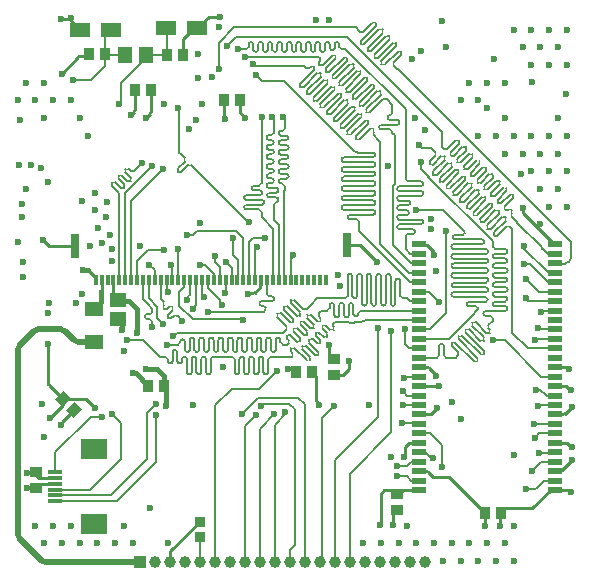
<source format=gbr>
%TF.GenerationSoftware,Altium Limited,Altium Designer,20.2.5 (213)*%
G04 Layer_Physical_Order=6*
G04 Layer_Color=16711680*
%FSLAX44Y44*%
%MOMM*%
%TF.SameCoordinates,159794D8-7842-4491-B27A-FE66E37C9FAE*%
%TF.FilePolarity,Positive*%
%TF.FileFunction,Copper,L6,Bot,Signal*%
%TF.Part,Single*%
G01*
G75*
%TA.AperFunction,Conductor*%
%ADD10C,0.2540*%
%ADD12C,0.1506*%
%ADD13C,0.3810*%
%ADD14C,0.1506*%
%TA.AperFunction,SMDPad,SMDef*%
%ADD18R,0.9000X1.0000*%
%ADD19R,1.0000X0.9000*%
%ADD25R,0.9500X0.8500*%
%TA.AperFunction,ComponentPad*%
%ADD28R,1.0000X1.0000*%
%ADD29C,1.0000*%
%TA.AperFunction,ViaPad*%
%ADD30C,0.6000*%
%TA.AperFunction,Conductor*%
%ADD34C,0.5080*%
%ADD35C,0.1506*%
%TA.AperFunction,SMDPad,SMDef*%
%ADD36R,1.1500X1.3500*%
%ADD37R,1.6500X1.2000*%
%ADD38R,1.4000X1.3000*%
%ADD39R,1.3000X0.3000*%
%ADD40R,2.2000X1.8000*%
%ADD41R,1.8000X1.2300*%
%ADD42R,0.3000X0.8500*%
%ADD43R,0.8000X2.0000*%
%TA.AperFunction,SMDPad,CuDef*%
%ADD44R,1.1938X0.5080*%
%TA.AperFunction,SMDPad,SMDef*%
G04:AMPARAMS|DCode=45|XSize=1mm|YSize=0.9mm|CornerRadius=0mm|HoleSize=0mm|Usage=FLASHONLY|Rotation=45.000|XOffset=0mm|YOffset=0mm|HoleType=Round|Shape=Rectangle|*
%AMROTATEDRECTD45*
4,1,4,-0.0354,-0.6718,-0.6718,-0.0354,0.0354,0.6718,0.6718,0.0354,-0.0354,-0.6718,0.0*
%
%ADD45ROTATEDRECTD45*%

%TA.AperFunction,Conductor*%
%ADD46C,0.3048*%
D10*
X398137Y900644D02*
G03*
X398380Y900430I1796J1796D01*
G01*
X391167Y908666D02*
G03*
X391907Y906874I2540J0D01*
G01*
X403518Y878110D02*
G03*
X405998Y880099I0J2540D01*
G01*
X398848Y878110D02*
G03*
X397052Y877366I0J-2540D01*
G01*
X444226Y830306D02*
G03*
X444970Y832102I-1796J1796D01*
G01*
X457726Y828566D02*
G03*
X458470Y830362I-1796J1796D01*
G01*
X694164Y613936D02*
G03*
X692368Y614680I-1796J-1796D01*
G01*
X692187Y717936D02*
G03*
X690391Y718680I-1796J-1796D01*
G01*
X693265Y525935D02*
G03*
X691458Y526679I-1796J-1796D01*
G01*
X685546Y526680D02*
G03*
X685629Y526679I83J2539D01*
G01*
X371348Y601254D02*
G03*
X372092Y599458I2540J0D01*
G01*
X812274Y613936D02*
G03*
X810478Y614680I-1796J-1796D01*
G01*
X551781Y688200D02*
G03*
X551741Y687753I2500J-447D01*
G01*
X807308Y574680D02*
G03*
X809104Y575424I0J2540D01*
G01*
X805199Y526680D02*
G03*
X806995Y527424I0J2540D01*
G01*
X550993Y682463D02*
G03*
X551741Y684263I-1792J1800D01*
G01*
X544666Y677187D02*
G03*
X546467Y677936I-0J2540D01*
G01*
X371348Y601254D02*
Y634746D01*
X383847Y582475D02*
Y587703D01*
X372872Y571500D02*
X383847Y582475D01*
X354028Y524708D02*
X358354Y525704D01*
X354028Y512572D02*
X361796D01*
X358354Y525704D02*
X364022Y521088D01*
X377710D01*
X382845Y909640D02*
X389170D01*
X391167Y908666D02*
Y910367D01*
X398380Y900430D02*
X398380Y900430D01*
X391907Y906874D02*
X398137Y900644D01*
X383032Y863346D02*
X397052Y877366D01*
X405998Y880099D02*
X406000Y880110D01*
X398848Y878110D02*
X403518D01*
X441960Y828040D02*
X444226Y830306D01*
X444970Y832102D02*
Y849630D01*
X454660Y825500D02*
X457726Y828566D01*
X458470Y830362D02*
Y849630D01*
X694164Y613936D02*
X699770Y608330D01*
X685546Y614680D02*
X692368D01*
X685546Y718680D02*
X690391D01*
X685546Y526680D02*
X685546Y526680D01*
X691458Y526679D02*
X691458D01*
X685629D02*
X691458D01*
X372092Y599458D02*
X383847Y587703D01*
X520300Y826408D02*
Y840740D01*
Y826408D02*
X521643Y825065D01*
X800354Y614680D02*
X810478D01*
X551781Y688200D02*
X551805Y688335D01*
X551741Y684263D02*
Y687753D01*
X800354Y574680D02*
X807308D01*
X800354Y526680D02*
X805199D01*
X550993Y682463D02*
X550993Y682463D01*
X546467Y677936D02*
X550993Y682463D01*
X541239Y677187D02*
X544666D01*
X544666D01*
X403814Y588056D02*
X411480Y580390D01*
X359762Y516088D02*
X377710D01*
X357116Y513442D02*
X359762Y516088D01*
X411810Y688340D02*
Y690280D01*
X416810Y678684D02*
Y688340D01*
X416555Y678429D02*
X416810Y678684D01*
X426810Y674914D02*
X430530Y671194D01*
X426810Y674914D02*
Y688340D01*
X499880Y483708D02*
X500380D01*
X474980Y458808D02*
X499880Y483708D01*
X474980Y449580D02*
Y458808D01*
X551805Y688335D02*
X551810Y688340D01*
X693265Y525935D02*
X697230Y521970D01*
X806995Y527424D02*
X815340Y535769D01*
X809104Y575424D02*
X815044Y581364D01*
X812274Y613936D02*
X812800Y613410D01*
X692187Y717936D02*
X697838Y712285D01*
X574510Y613410D02*
X578720D01*
X581097Y611033D01*
X581260Y610870D01*
X507539Y911399D02*
X516715D01*
X497840Y901700D02*
X507539Y911399D01*
X494990Y901700D02*
X497840D01*
X538480Y825500D02*
Y825771D01*
X533800Y830451D02*
X538480Y825771D01*
X533800Y830451D02*
Y840740D01*
X699770Y607211D02*
Y608330D01*
X372364Y717296D02*
X394392D01*
X367030Y722630D02*
X372364Y717296D01*
X540577Y676525D02*
X541239Y677187D01*
X624912Y717860D02*
X635960D01*
X650240Y703580D01*
X393393Y578157D02*
Y578157D01*
X383281Y568045D02*
X393393Y578157D01*
X383281Y566161D02*
Y568045D01*
X382619Y565499D02*
X383281Y566161D01*
X383847Y587703D02*
X384201Y588056D01*
X403814D01*
X383847Y587703D02*
Y587703D01*
X485540Y878840D02*
Y892250D01*
X494990Y901700D01*
X773430Y745490D02*
Y749300D01*
Y745490D02*
X800100Y718820D01*
X685546Y598680D02*
X702820D01*
X815340Y535769D02*
Y535940D01*
X800354Y598680D02*
X810133D01*
X813183Y595630D01*
X814070D01*
X800354Y550680D02*
X811094D01*
X814404Y547370D01*
X815340D01*
X741280Y491490D02*
X741680Y491090D01*
Y480060D02*
Y491090D01*
X754380D02*
X754780Y491490D01*
X754380Y480060D02*
Y491090D01*
X796925Y510680D02*
X800354D01*
X781465Y495220D02*
X796925Y510680D01*
X758010Y495220D02*
X781465D01*
X754780Y491990D02*
X758010Y495220D01*
X754780Y491490D02*
Y491990D01*
X653254Y482397D02*
Y507475D01*
X652780Y481330D02*
Y481923D01*
X671717Y510125D02*
X672272Y510680D01*
X653254Y507475D02*
X656264Y510485D01*
X661783Y510125D02*
X664155D01*
X666750Y507530D02*
X669345Y510125D01*
X664155D02*
X666750Y507530D01*
X661423Y510485D02*
X661783Y510125D01*
X652780Y481923D02*
X653254Y482397D01*
X669345Y510125D02*
X671717D01*
X656264Y510485D02*
X661423D01*
X672272Y510680D02*
X685546D01*
X663465Y490745D02*
X666750Y494030D01*
X663465Y480816D02*
Y490745D01*
X741280Y491490D02*
Y491990D01*
X738050Y495220D02*
X741280Y491990D01*
X737550Y495220D02*
X738050D01*
X710800Y521970D02*
X737550Y495220D01*
X697230Y521970D02*
X710800D01*
X673762Y539142D02*
Y547117D01*
X685476Y550610D02*
X685546Y550680D01*
X673762Y547117D02*
X677255Y550610D01*
X685476D01*
X673100Y538480D02*
X673762Y539142D01*
X685546Y574680D02*
X695330D01*
X701040Y580390D01*
X800354Y510680D02*
X812660D01*
X814070Y509270D01*
X621418Y607930D02*
X626531Y613043D01*
Y619760D01*
X613410Y607930D02*
X621418D01*
X613347Y621430D02*
X613410D01*
X609600Y625177D02*
X613347Y621430D01*
X609600Y625177D02*
Y633730D01*
X594760Y610870D02*
X598507Y607123D01*
Y585759D02*
Y607123D01*
Y585759D02*
X600628Y583639D01*
Y582423D02*
Y583639D01*
D12*
X433513Y855153D02*
G03*
X433070Y854086I1063J-1067D01*
G01*
X451170Y872810D02*
G03*
X451614Y873877I-1063J1067D01*
G01*
X677965Y687121D02*
G03*
X679029Y686680I1065J1065D01*
G01*
X652642Y779571D02*
G03*
X652642Y782149I-5930J1289D01*
G01*
Y771480D02*
G03*
X652642Y774058I-5930J1289D01*
G01*
Y763388D02*
G03*
X652642Y765966I-5930J1289D01*
G01*
Y787662D02*
G03*
X652642Y790240I-5930J1289D01*
G01*
Y747206D02*
G03*
X652642Y749784I-5930J1289D01*
G01*
Y755297D02*
G03*
X652642Y757875I-5930J1289D01*
G01*
X678599Y703121D02*
G03*
X679664Y702680I1065J1065D01*
G01*
X768169Y737851D02*
G03*
X768624Y736772I1506J-0D01*
G01*
X789550Y715793D02*
G03*
X789333Y716063I-1274J-802D01*
G01*
X793923Y711121D02*
G03*
X794988Y710680I1065J1065D01*
G01*
X814324Y719212D02*
G03*
X813883Y720277I-1506J0D01*
G01*
X808736Y702310D02*
G03*
X814324Y707898I0J5588D01*
G01*
X800243Y694689D02*
G03*
X800181Y694690I-62J-1504D01*
G01*
X794737Y695131D02*
G03*
X795802Y694690I1065J1065D01*
G01*
X794747Y687121D02*
G03*
X795812Y686680I1065J1065D01*
G01*
X786459Y679121D02*
G03*
X787524Y678680I1065J1065D01*
G01*
X778008Y671121D02*
G03*
X779073Y670680I1065J1065D01*
G01*
X694224Y678239D02*
G03*
X693159Y678680I-1065J-1065D01*
G01*
X790304Y662680D02*
G03*
X789239Y662239I0J-1506D01*
G01*
X677619Y671121D02*
G03*
X678684Y670680I1065J1065D01*
G01*
X691153Y542239D02*
G03*
X690088Y542680I-1065J-1065D01*
G01*
X704850Y548256D02*
G03*
X704409Y549321I-1506J0D01*
G01*
X671830Y582930D02*
G03*
X672661Y582680I831J1256D01*
G01*
X674614Y606680D02*
G03*
X673549Y606239I0J-1506D01*
G01*
X792796Y591121D02*
G03*
X793861Y590680I1065J1065D01*
G01*
X787774Y582680D02*
G03*
X786709Y582239I0J-1506D01*
G01*
X799343Y542290D02*
G03*
X800334Y542662I0J1506D01*
G01*
X792087Y518680D02*
G03*
X791035Y518239I12J-1506D01*
G01*
X783982Y511810D02*
G03*
X785047Y512251I0J1506D01*
G01*
X603691Y571941D02*
G03*
X603250Y570876I1065J-1065D01*
G01*
X786709Y647121D02*
G03*
X787774Y646680I1065J1065D01*
G01*
X785354Y638680D02*
G03*
X784289Y638239I0J-1506D01*
G01*
X684547Y654301D02*
G03*
X685522Y654659I0J1506D01*
G01*
X640324Y654301D02*
G03*
X640113Y654287I-9J-1506D01*
G01*
X640113Y654287D02*
G03*
X638120Y653589I705J-5206D01*
G01*
X637674Y653412D02*
G03*
X638120Y653589I-326J1470D01*
G01*
X621593Y652780D02*
G03*
X637674Y653412I6297J44690D01*
G01*
X527907Y596646D02*
G03*
X526842Y596205I0J-1506D01*
G01*
X551621Y563411D02*
G03*
X551180Y562346I1065J-1065D01*
G01*
X538921Y565845D02*
G03*
X538480Y564780I1065J-1065D01*
G01*
X589280Y582560D02*
G03*
X588839Y583625I-1506J0D01*
G01*
X580390Y578703D02*
G03*
X579944Y579761I-1506J-12D01*
G01*
X564321Y566560D02*
G03*
X563880Y565496I1065J-1065D01*
G01*
X650559Y572327D02*
G03*
X651002Y573394I-1063J1067D01*
G01*
X615123Y536891D02*
G03*
X614680Y535824I1063J-1067D01*
G01*
X627823Y525461D02*
G03*
X627380Y524394I1063J-1067D01*
G01*
X789955Y715144D02*
G03*
X790161Y714883I1277J797D01*
G01*
X660975Y558613D02*
G03*
X661416Y559678I-1065J1065D01*
G01*
X576681Y583024D02*
G03*
X575614Y583467I-1067J-1063D01*
G01*
X579949Y463363D02*
G03*
X580390Y464428I-1065J1065D01*
G01*
X487199Y788830D02*
G03*
X487199Y791691I-1430J1430D01*
G01*
X481446Y783078D02*
G03*
X481446Y780217I1430J-1430D01*
G01*
X481446Y780217D02*
G03*
X484307Y780217I1430J1430D01*
G01*
X492920Y785970D02*
G03*
X490060Y785970I-1430J-1430D01*
G01*
X556810Y676583D02*
G03*
X558833Y674560I2023J0D01*
G01*
X561137Y670514D02*
G03*
X561137Y674560I0J2023D01*
G01*
X552483Y670514D02*
G03*
X552483Y666469I0J-2023D01*
G01*
X555336Y663015D02*
G03*
X553905Y666469I-1430J1430D01*
G01*
X457717Y659601D02*
G03*
X459740Y661624I0J2023D01*
G01*
X455413Y659601D02*
G03*
X455413Y655556I0J-2023D01*
G01*
X459740Y653533D02*
G03*
X457717Y655556I-2023J0D01*
G01*
X441476Y780887D02*
G03*
X444337Y780887I1430J1430D01*
G01*
X439846Y782516D02*
G03*
X436986Y782516I-1430J-1430D01*
G01*
X436986Y782516D02*
G03*
X436986Y779655I1430J-1430D01*
G01*
X441469Y772311D02*
G03*
X441469Y775171I-1430J1430D01*
G01*
X438609Y772311D02*
G03*
X441469Y772311I1430J1430D01*
G01*
X434125Y776795D02*
G03*
X431264Y776795I-1430J-1430D01*
G01*
X431264Y776795D02*
G03*
X431264Y773934I1430J-1430D01*
G01*
X435748Y766589D02*
G03*
X435748Y769450I-1430J1430D01*
G01*
X432887Y766589D02*
G03*
X435748Y766589I1430J1430D01*
G01*
X428404Y771073D02*
G03*
X425543Y771073I-1430J-1430D01*
G01*
D02*
G03*
X425543Y768212I1430J-1430D01*
G01*
X431810Y760528D02*
G03*
X430790Y762965I-3453J-13D01*
G01*
X550427Y768494D02*
G03*
X552450Y770517I0J2023D01*
G01*
X545997Y768494D02*
G03*
X545997Y764448I0J-2023D01*
G01*
X550806Y760403D02*
G03*
X550806Y764448I0J2023D01*
G01*
X539487Y760403D02*
G03*
X539487Y756357I0J-2023D01*
G01*
X552427Y752311D02*
G03*
X552427Y756357I0J2023D01*
G01*
X539487Y752311D02*
G03*
X539487Y748266I0J-2023D01*
G01*
X552450Y746243D02*
G03*
X550427Y748266I-2023J0D01*
G01*
X564633Y754419D02*
G03*
X562610Y752396I0J-2023D01*
G01*
X564633Y754419D02*
G03*
X564633Y758465I0J2023D01*
G01*
X558898Y762511D02*
G03*
X558898Y758465I0J-2023D01*
G01*
X564457Y762511D02*
G03*
X564457Y766556I0J2023D01*
G01*
X558518Y770602D02*
G03*
X558518Y766556I0J-2023D01*
G01*
X560587Y770602D02*
G03*
X560587Y774648I0J2023D01*
G01*
X558518Y778693D02*
G03*
X558518Y774648I0J-2023D01*
G01*
X560587Y778693D02*
G03*
X560587Y782739I0J2023D01*
G01*
X558518Y786785D02*
G03*
X558518Y782739I0J-2023D01*
G01*
X560587Y786785D02*
G03*
X560587Y790830I0J2023D01*
G01*
X558518Y794876D02*
G03*
X558518Y790830I0J-2023D01*
G01*
X560587Y794876D02*
G03*
X560587Y798922I0J2023D01*
G01*
X558518Y802967D02*
G03*
X558518Y798922I0J-2023D01*
G01*
X560587Y802967D02*
G03*
X560587Y807013I0J2023D01*
G01*
X558518Y811059D02*
G03*
X558518Y807013I0J-2023D01*
G01*
X560587Y811059D02*
G03*
X562610Y813081I0J2023D01*
G01*
X571810Y768343D02*
G03*
X569787Y770366I-2023J0D01*
G01*
X568679Y774412D02*
G03*
X568679Y770366I0J-2023D01*
G01*
X573151Y774412D02*
G03*
X573151Y778458I0J2023D01*
G01*
X568679Y782503D02*
G03*
X568679Y778458I0J-2023D01*
G01*
X573151Y782503D02*
G03*
X573151Y786549I0J2023D01*
G01*
X568679Y790595D02*
G03*
X568679Y786549I0J-2023D01*
G01*
X573151Y790595D02*
G03*
X573151Y794640I0J2023D01*
G01*
X568679Y798686D02*
G03*
X568679Y794640I0J-2023D01*
G01*
X573151Y798686D02*
G03*
X573151Y802732I0J2023D01*
G01*
X568679Y806777D02*
G03*
X568679Y802732I0J-2023D01*
G01*
X573151Y806777D02*
G03*
X573151Y810823I0J2023D01*
G01*
X568679Y814869D02*
G03*
X568679Y810823I0J-2023D01*
G01*
X569787Y814869D02*
G03*
X571810Y816891I0J2023D01*
G01*
X469355Y666974D02*
G03*
X469355Y669835I-1430J1430D01*
G01*
X469355Y666974D02*
G03*
X469355Y664114I1430J-1430D01*
G01*
D02*
G03*
X472215Y664114I1430J1430D01*
G01*
X476878Y665916D02*
G03*
X474017Y665916I-1430J-1430D01*
G01*
X476878Y663055D02*
G03*
X476878Y665916I-1430J1430D01*
G01*
X472862Y659039D02*
G03*
X472862Y656178I1430J-1430D01*
G01*
X472862Y656178D02*
G03*
X475722Y656178I1430J1430D01*
G01*
X480798Y658392D02*
G03*
X477937Y658392I-1430J-1430D01*
G01*
X660917Y828109D02*
G03*
X662940Y830132I0J2023D01*
G01*
X660917Y828109D02*
G03*
X660917Y824063I0J-2023D01*
G01*
X667013Y820017D02*
G03*
X667013Y824063I0J2023D01*
G01*
X653688Y820017D02*
G03*
X653688Y815972I0J-2023D01*
G01*
X662940Y813949D02*
G03*
X660917Y815972I-2023J0D01*
G01*
X734995Y662720D02*
G03*
X733565Y666173I-1430J1430D01*
G01*
X727730Y670219D02*
G03*
X727730Y666173I0J-2023D01*
G01*
X742110Y670219D02*
G03*
X744133Y672241I0J2023D01*
G01*
Y672241D02*
G03*
X742110Y674264I-2023J0D01*
G01*
X715001Y678310D02*
G03*
X715001Y674264I0J-2023D01*
G01*
X742110Y678310D02*
G03*
X742110Y682356I0J2023D01*
G01*
X715001Y686401D02*
G03*
X715001Y682356I0J-2023D01*
G01*
X742110Y686401D02*
G03*
X742110Y690447I0J2023D01*
G01*
X715001Y694492D02*
G03*
X715001Y690447I0J-2023D01*
G01*
X742110Y694492D02*
G03*
X742110Y698538I0J2023D01*
G01*
X715001Y702584D02*
G03*
X715001Y698538I0J-2023D01*
G01*
X742110Y702584D02*
G03*
X742110Y706629I0J2023D01*
G01*
X715001Y710675D02*
G03*
X715001Y706629I0J-2023D01*
G01*
X742110Y710675D02*
G03*
X742110Y714721I0J2023D01*
G01*
X715001Y718766D02*
G03*
X715001Y714721I0J-2023D01*
G01*
X738834Y718766D02*
G03*
X738834Y722812I0J2023D01*
G01*
X716190Y726858D02*
G03*
X716190Y722812I0J-2023D01*
G01*
X722409Y726858D02*
G03*
X723839Y730311I0J2023D01*
G01*
X635000Y737735D02*
G03*
X632977Y739758I-2023J0D01*
G01*
X627232Y743804D02*
G03*
X627232Y739758I0J-2023D01*
G01*
X646573Y743804D02*
G03*
X646573Y747849I0J2023D01*
G01*
X622037Y751895D02*
G03*
X622037Y747849I0J-2023D01*
G01*
X646573Y751895D02*
G03*
X646573Y755941I0J2023D01*
G01*
X622037Y759986D02*
G03*
X622037Y755941I0J-2023D01*
G01*
X646573Y759986D02*
G03*
X646573Y764032I0J2023D01*
G01*
X622037Y768078D02*
G03*
X622037Y764032I0J-2023D01*
G01*
X646573Y768078D02*
G03*
X646573Y772123I0J2023D01*
G01*
X622037Y776169D02*
G03*
X622037Y772123I0J-2023D01*
G01*
X646573Y776169D02*
G03*
X646573Y780214I0J2023D01*
G01*
X622037Y784260D02*
G03*
X622037Y780214I0J-2023D01*
G01*
X646573Y784260D02*
G03*
X646573Y788306I0J2023D01*
G01*
X622037Y792352D02*
G03*
X622037Y788306I0J-2023D01*
G01*
X646573Y792352D02*
G03*
X646573Y796397I0J2023D01*
G01*
X631351Y797399D02*
G03*
X633783Y796397I2432J2451D01*
G01*
X664139Y872881D02*
G03*
X664139Y870020I1430J-1430D01*
G01*
X670310Y879052D02*
G03*
X670310Y881912I-1430J1430D01*
G01*
D02*
G03*
X667449Y881912I-1430J-1430D01*
G01*
X653659Y870983D02*
G03*
X656520Y870983I1430J1430D01*
G01*
X653659Y873843D02*
G03*
X653659Y870983I1430J-1430D01*
G01*
X666154Y886339D02*
G03*
X666154Y889199I-1430J1430D01*
G01*
D02*
G03*
X663293Y889199I-1430J-1430D01*
G01*
X647937Y876704D02*
G03*
X650798Y876704I1430J1430D01*
G01*
X647937Y879565D02*
G03*
X647937Y876704I1430J-1430D01*
G01*
X660433Y892060D02*
G03*
X660433Y894921I-1430J1430D01*
G01*
D02*
G03*
X657572Y894921I-1430J-1430D01*
G01*
X642216Y882425D02*
G03*
X645077Y882425I1430J1430D01*
G01*
X642216Y885286D02*
G03*
X642216Y882425I1430J-1430D01*
G01*
X654711Y897781D02*
G03*
X654711Y900642I-1430J1430D01*
G01*
X654711Y900642D02*
G03*
X651851Y900642I-1430J-1430D01*
G01*
X636495Y888147D02*
G03*
X639355Y888147I1430J1430D01*
G01*
X636495Y891008D02*
G03*
X636495Y888147I1430J-1430D01*
G01*
X648990Y903503D02*
G03*
X648990Y906364I-1430J1430D01*
G01*
X648990Y906364D02*
G03*
X646129Y906364I-1430J-1430D01*
G01*
X635532Y898628D02*
G03*
X638393Y898628I1430J1430D01*
G01*
X763867Y745214D02*
G03*
X763867Y742353I1430J-1430D01*
G01*
X763978Y745325D02*
G03*
X763978Y748186I-1430J1430D01*
G01*
X763978Y748186D02*
G03*
X761117Y748186I-1430J-1430D01*
G01*
X758110Y748040D02*
G03*
X760971Y748040I1430J1430D01*
G01*
X758110Y750900D02*
G03*
X758110Y748040I1430J-1430D01*
G01*
X765246Y758036D02*
G03*
X765246Y760897I-1430J1430D01*
G01*
X765246Y760897D02*
G03*
X762385Y760897I-1430J-1430D01*
G01*
X752384Y753756D02*
G03*
X755245Y753756I1430J1430D01*
G01*
X752384Y756617D02*
G03*
X752384Y753756I1430J-1430D01*
G01*
X759525Y763758D02*
G03*
X759525Y766619I-1430J1430D01*
G01*
X759525Y766619D02*
G03*
X756664Y766619I-1430J-1430D01*
G01*
X746657Y759473D02*
G03*
X749518Y759473I1430J1430D01*
G01*
X746657Y762333D02*
G03*
X746657Y759473I1430J-1430D01*
G01*
X753803Y769479D02*
G03*
X753803Y772340I-1430J1430D01*
G01*
X753803Y772340D02*
G03*
X750943Y772340I-1430J-1430D01*
G01*
X740930Y765188D02*
G03*
X743791Y765188I1430J1430D01*
G01*
X740930Y768049D02*
G03*
X740930Y765188I1430J-1430D01*
G01*
X748082Y775201D02*
G03*
X748082Y778061I-1430J1430D01*
G01*
D02*
G03*
X745221Y778061I-1430J-1430D01*
G01*
X735203Y770903D02*
G03*
X738063Y770903I1430J1430D01*
G01*
X735203Y773764D02*
G03*
X735203Y770903I1430J-1430D01*
G01*
X742361Y780922D02*
G03*
X742361Y783783I-1430J1430D01*
G01*
D02*
G03*
X739500Y783783I-1430J-1430D01*
G01*
X729476Y776620D02*
G03*
X732337Y776620I1430J1430D01*
G01*
X729476Y779481D02*
G03*
X729476Y776620I1430J-1430D01*
G01*
X736639Y786644D02*
G03*
X736639Y789504I-1430J1430D01*
G01*
D02*
G03*
X733778Y789504I-1430J-1430D01*
G01*
X723758Y782344D02*
G03*
X726618Y782344I1430J1430D01*
G01*
X723758Y785205D02*
G03*
X723758Y782344I1430J-1430D01*
G01*
X730918Y792365D02*
G03*
X730918Y795226I-1430J1430D01*
G01*
D02*
G03*
X728057Y795226I-1430J-1430D01*
G01*
X718048Y788077D02*
G03*
X720908Y788077I1430J1430D01*
G01*
X718048Y790938D02*
G03*
X718048Y788077I1430J-1430D01*
G01*
X725196Y798086D02*
G03*
X725196Y800947I-1430J1430D01*
G01*
X725196Y800947D02*
G03*
X722336Y800947I-1430J-1430D01*
G01*
X712347Y793819D02*
G03*
X715207Y793819I1430J1430D01*
G01*
X712347Y796680D02*
G03*
X712347Y793819I1430J-1430D01*
G01*
X719475Y803808D02*
G03*
X719475Y806669I-1430J1430D01*
G01*
X719475Y806669D02*
G03*
X716614Y806669I-1430J-1430D01*
G01*
X706652Y799568D02*
G03*
X709513Y799568I1430J1430D01*
G01*
X676153Y727422D02*
G03*
X674130Y725399I0J-2023D01*
G01*
X680281Y727422D02*
G03*
X680281Y731468I0J2023D01*
G01*
X669008Y735513D02*
G03*
X669008Y731468I0J-2023D01*
G01*
X687093Y735513D02*
G03*
X687093Y739559I0J2023D01*
G01*
X669008Y743605D02*
G03*
X669008Y739559I0J-2023D01*
G01*
X674944Y743605D02*
G03*
X674944Y747650I0J2023D01*
G01*
X669008Y751696D02*
G03*
X669008Y747650I0J-2023D01*
G01*
X676467Y751696D02*
G03*
X676467Y755742I0J2023D01*
G01*
X669008Y759787D02*
G03*
X669008Y755742I0J-2023D01*
G01*
X687093Y759787D02*
G03*
X687093Y763833I0J2023D01*
G01*
X669008Y767879D02*
G03*
X669008Y763833I0J-2023D01*
G01*
X687093Y767879D02*
G03*
X687093Y771924I0J2023D01*
G01*
X674130Y773947D02*
G03*
X676153Y771924I2023J0D01*
G01*
X618123Y885943D02*
G03*
X620146Y883920I2023J0D01*
G01*
X618123Y888011D02*
G03*
X614078Y888011I-2023J0D01*
G01*
X610032Y885105D02*
G03*
X614078Y885105I2023J0D01*
G01*
X610032Y888011D02*
G03*
X605986Y888011I-2023J0D01*
G01*
X601941Y883472D02*
G03*
X605986Y883472I2023J0D01*
G01*
X601941Y888011D02*
G03*
X597895Y888011I-2023J0D01*
G01*
X593849Y883639D02*
G03*
X597895Y883639I2023J0D01*
G01*
X593849Y888011D02*
G03*
X589804Y888011I-2023J0D01*
G01*
X585758Y883639D02*
G03*
X589804Y883639I2023J0D01*
G01*
X585758Y888011D02*
G03*
X581712Y888011I-2023J0D01*
G01*
X577667Y883639D02*
G03*
X581712Y883639I2023J0D01*
G01*
X577667Y888011D02*
G03*
X573621Y888011I-2023J0D01*
G01*
X569575Y883639D02*
G03*
X573621Y883639I2023J0D01*
G01*
X569575Y888011D02*
G03*
X565530Y888011I-2023J0D01*
G01*
X561484Y883639D02*
G03*
X565530Y883639I2023J0D01*
G01*
X561484Y888011D02*
G03*
X557438Y888011I-2023J0D01*
G01*
X553393Y883639D02*
G03*
X557438Y883639I2023J0D01*
G01*
X553393Y888011D02*
G03*
X549347Y888011I-2023J0D01*
G01*
X545301Y883639D02*
G03*
X549347Y883639I2023J0D01*
G01*
X545301Y888011D02*
G03*
X541256Y888011I-2023J0D01*
G01*
X539233Y883920D02*
G03*
X541256Y885943I0J2023D01*
G01*
X614536Y652780D02*
G03*
X613105Y649327I0J-2023D01*
G01*
X613209Y646362D02*
G03*
X613209Y649223I-1430J1430D01*
G01*
X610349Y646362D02*
G03*
X613209Y646362I1430J1430D01*
G01*
X606926Y649785D02*
G03*
X604065Y649785I-1430J-1430D01*
G01*
D02*
G03*
X604065Y646924I1430J-1430D01*
G01*
X607550Y640579D02*
G03*
X607550Y643440I-1430J1430D01*
G01*
X604689Y640579D02*
G03*
X607550Y640579I1430J1430D01*
G01*
X601204Y644064D02*
G03*
X598344Y644064I-1430J-1430D01*
G01*
D02*
G03*
X598344Y641203I1430J-1430D01*
G01*
X601877Y634809D02*
G03*
X601877Y637670I-1430J1430D01*
G01*
X599016Y634809D02*
G03*
X601877Y634809I1430J1430D01*
G01*
X595483Y638342D02*
G03*
X592622Y638342I-1430J-1430D01*
G01*
D02*
G03*
X592622Y635481I1430J-1430D01*
G01*
X600358Y624885D02*
G03*
X600358Y627746I-1430J1430D01*
G01*
X597497Y624885D02*
G03*
X600358Y624885I1430J1430D01*
G01*
X589761Y632621D02*
G03*
X586901Y632621I-1430J-1430D01*
G01*
X586901Y632621D02*
G03*
X586901Y629760I1430J-1430D01*
G01*
X593207Y620593D02*
G03*
X593207Y623454I-1430J1430D01*
G01*
X590346Y620593D02*
G03*
X593207Y620593I1430J1430D01*
G01*
X579916Y631024D02*
G03*
X577055Y631024I-1430J-1430D01*
G01*
X577055Y631024D02*
G03*
X577055Y628163I1430J-1430D01*
G01*
X578319Y624039D02*
G03*
X578319Y626899I-1430J1430D01*
G01*
X559829Y623506D02*
G03*
X557807Y621483I0J-2023D01*
G01*
X553761Y610543D02*
G03*
X557807Y610543I2023J0D01*
G01*
X553761Y621483D02*
G03*
X549715Y621483I-2023J0D01*
G01*
X545670Y610543D02*
G03*
X549715Y610543I2023J0D01*
G01*
X545670Y621483D02*
G03*
X541624Y621483I-2023J0D01*
G01*
X537578Y610543D02*
G03*
X541624Y610543I2023J0D01*
G01*
X537578Y621483D02*
G03*
X533532Y621483I-2023J0D01*
G01*
X529487Y610543D02*
G03*
X533532Y610543I2023J0D01*
G01*
X529487Y621483D02*
G03*
X527464Y623506I-2023J0D01*
G01*
X511281D02*
G03*
X509259Y621483I0J-2023D01*
G01*
X505213Y610543D02*
G03*
X509259Y610543I2023J0D01*
G01*
X505213Y621483D02*
G03*
X501167Y621483I-2023J0D01*
G01*
X497122Y610543D02*
G03*
X501167Y610543I2023J0D01*
G01*
X497122Y621483D02*
G03*
X493076Y621483I-2023J0D01*
G01*
X489030Y610543D02*
G03*
X493076Y610543I2023J0D01*
G01*
X489030Y621483D02*
G03*
X484985Y621483I-2023J0D01*
G01*
X480939Y619916D02*
G03*
X484985Y619916I2023J0D01*
G01*
X480939Y627261D02*
G03*
X476893Y627261I-2023J0D01*
G01*
X472848Y619916D02*
G03*
X476893Y619916I2023J0D01*
G01*
X472848Y621483D02*
G03*
X470825Y623506I-2023J0D01*
G01*
X658153Y841889D02*
G03*
X655293Y841889I-1430J-1430D01*
G01*
X641078Y830535D02*
G03*
X643939Y830535I1430J1430D01*
G01*
X641078Y833396D02*
G03*
X641078Y830535I1430J-1430D01*
G01*
X653107Y845424D02*
G03*
X653107Y848285I-1430J1430D01*
G01*
D02*
G03*
X650246Y848285I-1430J-1430D01*
G01*
X635357Y836256D02*
G03*
X638217Y836256I1430J1430D01*
G01*
X635357Y839117D02*
G03*
X635357Y836256I1430J-1430D01*
G01*
X647385Y851146D02*
G03*
X647385Y854006I-1430J1430D01*
G01*
D02*
G03*
X644525Y854006I-1430J-1430D01*
G01*
X629635Y841978D02*
G03*
X632496Y841978I1430J1430D01*
G01*
X629635Y844838D02*
G03*
X629635Y841978I1430J-1430D01*
G01*
X641664Y856867D02*
G03*
X641664Y859728I-1430J1430D01*
G01*
D02*
G03*
X638803Y859728I-1430J-1430D01*
G01*
X623914Y847699D02*
G03*
X626774Y847699I1430J1430D01*
G01*
X623914Y850560D02*
G03*
X623914Y847699I1430J-1430D01*
G01*
X635942Y862589D02*
G03*
X635942Y865449I-1430J1430D01*
G01*
D02*
G03*
X633082Y865449I-1430J-1430D01*
G01*
X618192Y853421D02*
G03*
X621053Y853421I1430J1430D01*
G01*
X618192Y856281D02*
G03*
X618192Y853421I1430J-1430D01*
G01*
X630221Y868310D02*
G03*
X630221Y871171I-1430J1430D01*
G01*
X630221Y871171D02*
G03*
X627360Y871171I-1430J-1430D01*
G01*
X612471Y859142D02*
G03*
X615332Y859142I1430J1430D01*
G01*
X612471Y862003D02*
G03*
X612471Y859142I1430J-1430D01*
G01*
X624500Y874031D02*
G03*
X624500Y876892I-1430J1430D01*
G01*
X624500D02*
G03*
X621639Y876892I-1430J-1430D01*
G01*
X606749Y864864D02*
G03*
X609610Y864864I1430J1430D01*
G01*
X606749Y867724D02*
G03*
X606749Y864864I1430J-1430D01*
G01*
X614608Y875583D02*
G03*
X614608Y878444I-1430J1430D01*
G01*
D02*
G03*
X611748Y878444I-1430J-1430D01*
G01*
X601028Y870585D02*
G03*
X603889Y870585I1430J1430D01*
G01*
X601028Y873446D02*
G03*
X601028Y870585I1430J-1430D01*
G01*
X601699Y874117D02*
G03*
X600269Y877570I-1430J1430D01*
G01*
X647027Y813794D02*
G03*
X647027Y810933I1430J-1430D01*
G01*
X647027Y813794D02*
G03*
X647027Y816655I-1430J1430D01*
G01*
D02*
G03*
X644166Y816655I-1430J-1430D01*
G01*
X632318Y807667D02*
G03*
X635179Y807667I1430J1430D01*
G01*
X632318Y810528D02*
G03*
X632318Y807667I1430J-1430D01*
G01*
X642410Y820620D02*
G03*
X642410Y823481I-1430J1430D01*
G01*
D02*
G03*
X639550Y823481I-1430J-1430D01*
G01*
X624987Y811779D02*
G03*
X627848Y811779I1430J1430D01*
G01*
X624987Y814640D02*
G03*
X624987Y811779I1430J-1430D01*
G01*
X636689Y826342D02*
G03*
X636689Y829203I-1430J1430D01*
G01*
X636689D02*
G03*
X633828Y829203I-1430J-1430D01*
G01*
X619266Y817501D02*
G03*
X622126Y817501I1430J1430D01*
G01*
X619266Y820362D02*
G03*
X619266Y817501I1430J-1430D01*
G01*
X630967Y832063D02*
G03*
X630967Y834924I-1430J1430D01*
G01*
X630967Y834924D02*
G03*
X628107Y834924I-1430J-1430D01*
G01*
X613544Y823222D02*
G03*
X616405Y823222I1430J1430D01*
G01*
X613544Y826083D02*
G03*
X613544Y823222I1430J-1430D01*
G01*
X625246Y837785D02*
G03*
X625246Y840645I-1430J1430D01*
G01*
D02*
G03*
X622385Y840645I-1430J-1430D01*
G01*
X607823Y828944D02*
G03*
X610684Y828944I1430J1430D01*
G01*
X607823Y831804D02*
G03*
X607823Y828944I1430J-1430D01*
G01*
X619524Y843506D02*
G03*
X619524Y846367I-1430J1430D01*
G01*
D02*
G03*
X616664Y846367I-1430J-1430D01*
G01*
X602101Y834665D02*
G03*
X604962Y834665I1430J1430D01*
G01*
X602101Y837526D02*
G03*
X602101Y834665I1430J-1430D01*
G01*
X613803Y849228D02*
G03*
X613803Y852088I-1430J1430D01*
G01*
D02*
G03*
X610942Y852088I-1430J-1430D01*
G01*
X596380Y840387D02*
G03*
X599241Y840387I1430J1430D01*
G01*
X596380Y843247D02*
G03*
X596380Y840387I1430J-1430D01*
G01*
X608082Y854949D02*
G03*
X608082Y857810I-1430J1430D01*
G01*
D02*
G03*
X605221Y857810I-1430J-1430D01*
G01*
X590659Y846108D02*
G03*
X593519Y846108I1430J1430D01*
G01*
X590659Y848969D02*
G03*
X590659Y846108I1430J-1430D01*
G01*
X602360Y860670D02*
G03*
X602360Y863531I-1430J1430D01*
G01*
X602360Y863531D02*
G03*
X599500Y863531I-1430J-1430D01*
G01*
X584937Y851830D02*
G03*
X587798Y851830I1430J1430D01*
G01*
X584937Y854690D02*
G03*
X584937Y851830I1430J-1430D01*
G01*
X596639Y866392D02*
G03*
X596639Y869253I-1430J1430D01*
G01*
X596639Y869253D02*
G03*
X593778Y869253I-1430J-1430D01*
G01*
X589812Y868148D02*
G03*
X592673Y868148I1430J1430D01*
G01*
X706591Y624703D02*
G03*
X708614Y622680I2023J0D01*
G01*
X706591Y632455D02*
G03*
X702546Y632455I-2023J0D01*
G01*
X700523Y622680D02*
G03*
X702546Y624703I0J2023D01*
G01*
X744347Y650367D02*
G03*
X744347Y647506I1430J-1430D01*
G01*
X745291Y643701D02*
G03*
X745291Y646561I-1430J1430D01*
G01*
X742431Y643701D02*
G03*
X745291Y643701I1430J1430D01*
G01*
X733494Y652637D02*
G03*
X730634Y652637I-1430J-1430D01*
G01*
D02*
G03*
X730634Y649776I1430J-1430D01*
G01*
X740307Y637242D02*
G03*
X740307Y640103I-1430J1430D01*
G01*
X737446Y637242D02*
G03*
X740307Y637242I1430J1430D01*
G01*
X727773Y646915D02*
G03*
X724912Y646915I-1430J-1430D01*
G01*
D02*
G03*
X724912Y644055I1430J-1430D01*
G01*
X740640Y625466D02*
G03*
X740640Y628327I-1430J1430D01*
G01*
X737779Y625466D02*
G03*
X740640Y625466I1430J1430D01*
G01*
X722052Y641194D02*
G03*
X719191Y641194I-1430J-1430D01*
G01*
X719191Y641194D02*
G03*
X719191Y638333I1430J-1430D01*
G01*
X734918Y619745D02*
G03*
X734918Y622606I-1430J1430D01*
G01*
X732058Y619745D02*
G03*
X734918Y619745I1430J1430D01*
G01*
X716330Y635472D02*
G03*
X713469Y635472I-1430J-1430D01*
G01*
X713469Y635472D02*
G03*
X713469Y632612I1430J-1430D01*
G01*
X718600Y624620D02*
G03*
X718600Y627481I-1430J1430D01*
G01*
X748030Y716842D02*
G03*
X750053Y714820I2023J0D01*
G01*
X758472Y710774D02*
G03*
X758472Y714820I0J2023D01*
G01*
X750053Y710774D02*
G03*
X750053Y706728I0J-2023D01*
G01*
X758472Y702683D02*
G03*
X758472Y706728I0J2023D01*
G01*
X750053Y702683D02*
G03*
X750053Y698637I0J-2023D01*
G01*
X758472Y694591D02*
G03*
X758472Y698637I0J2023D01*
G01*
X750053Y694591D02*
G03*
X750053Y690546I0J-2023D01*
G01*
X758472Y686500D02*
G03*
X758472Y690546I0J2023D01*
G01*
X750053Y686500D02*
G03*
X750053Y682454I0J-2023D01*
G01*
X758472Y678409D02*
G03*
X758472Y682454I0J2023D01*
G01*
X750053Y678409D02*
G03*
X750053Y674363I0J-2023D01*
G01*
X758472Y670317D02*
G03*
X758472Y674363I0J2023D01*
G01*
X750053Y670317D02*
G03*
X750053Y666272I0J-2023D01*
G01*
X758472Y662226D02*
G03*
X758472Y666272I0J2023D01*
G01*
X742082Y662226D02*
G03*
X742082Y658180I0J-2023D01*
G01*
X748030Y656158D02*
G03*
X746007Y658180I-2023J0D01*
G01*
X762355Y733714D02*
G03*
X759495Y733714I-1430J-1430D01*
G01*
X749016Y726096D02*
G03*
X751876Y726096I1430J1430D01*
G01*
X749016Y728956D02*
G03*
X749016Y726096I1430J-1430D01*
G01*
X758849Y738789D02*
G03*
X758849Y741650I-1430J1430D01*
G01*
X758848Y741650D02*
G03*
X755988Y741650I-1430J-1430D01*
G01*
X743294Y731817D02*
G03*
X746155Y731817I1430J1430D01*
G01*
X743294Y734678D02*
G03*
X743294Y731817I1430J-1430D01*
G01*
X753127Y744511D02*
G03*
X753127Y747371I-1430J1430D01*
G01*
X753127Y747371D02*
G03*
X750266Y747371I-1430J-1430D01*
G01*
X737573Y737539D02*
G03*
X740434Y737539I1430J1430D01*
G01*
X737573Y740399D02*
G03*
X737573Y737539I1430J-1430D01*
G01*
X747406Y750232D02*
G03*
X747406Y753093I-1430J1430D01*
G01*
X747406Y753093D02*
G03*
X744545Y753093I-1430J-1430D01*
G01*
X731851Y743260D02*
G03*
X734712Y743260I1430J1430D01*
G01*
X731851Y746121D02*
G03*
X731851Y743260I1430J-1430D01*
G01*
X741684Y755954D02*
G03*
X741684Y758814I-1430J1430D01*
G01*
X741684Y758814D02*
G03*
X738824Y758814I-1430J-1430D01*
G01*
X726130Y748981D02*
G03*
X728991Y748981I1430J1430D01*
G01*
X726130Y751842D02*
G03*
X726130Y748981I1430J-1430D01*
G01*
X735963Y761675D02*
G03*
X735963Y764536I-1430J1430D01*
G01*
X735963Y764536D02*
G03*
X733102Y764536I-1430J-1430D01*
G01*
X720409Y754703D02*
G03*
X723269Y754703I1430J1430D01*
G01*
X720408Y757563D02*
G03*
X720408Y754703I1430J-1430D01*
G01*
X730241Y767396D02*
G03*
X730241Y770257I-1430J1430D01*
G01*
D02*
G03*
X727381Y770257I-1430J-1430D01*
G01*
X714687Y760424D02*
G03*
X717548Y760424I1430J1430D01*
G01*
X714687Y763285D02*
G03*
X714687Y760424I1430J-1430D01*
G01*
X724520Y773118D02*
G03*
X724520Y775979I-1430J1430D01*
G01*
D02*
G03*
X721659Y775978I-1430J-1430D01*
G01*
X708966Y766146D02*
G03*
X711826Y766146I1430J1430D01*
G01*
X708966Y769006D02*
G03*
X708966Y766146I1430J-1430D01*
G01*
X718799Y778839D02*
G03*
X718799Y781700I-1430J1430D01*
G01*
D02*
G03*
X715938Y781700I-1430J-1430D01*
G01*
X703244Y771867D02*
G03*
X706105Y771867I1430J1430D01*
G01*
X703244Y774728D02*
G03*
X703244Y771867I1430J-1430D01*
G01*
X713077Y784561D02*
G03*
X713077Y787421I-1430J1430D01*
G01*
D02*
G03*
X710216Y787421I-1430J-1430D01*
G01*
X697523Y777589D02*
G03*
X700384Y777589I1430J1430D01*
G01*
X697523Y780449D02*
G03*
X697523Y777589I1430J-1430D01*
G01*
X707356Y790282D02*
G03*
X707356Y793143I-1430J1430D01*
G01*
X707356Y793143D02*
G03*
X704495Y793143I-1430J-1430D01*
G01*
X694793Y786302D02*
G03*
X697654Y786302I1430J1430D01*
G01*
X694793Y789162D02*
G03*
X694793Y786302I1430J-1430D01*
G01*
X699420Y793789D02*
G03*
X699420Y796650I-1430J1430D01*
G01*
X587593Y664140D02*
G03*
X590453Y664140I1430J1430D01*
G01*
X580110Y671623D02*
G03*
X577249Y671623I-1430J-1430D01*
G01*
D02*
G03*
X577249Y668762I1430J-1430D01*
G01*
X584750Y658400D02*
G03*
X584750Y661261I-1430J1430D01*
G01*
X581890Y658400D02*
G03*
X584750Y658400I1430J1430D01*
G01*
X574135Y666155D02*
G03*
X571274Y666155I-1430J-1430D01*
G01*
X571274Y666155D02*
G03*
X571274Y663294I1430J-1430D01*
G01*
X579029Y652679D02*
G03*
X579029Y655539I-1430J1430D01*
G01*
X576168Y652679D02*
G03*
X579029Y652679I1430J1430D01*
G01*
X568414Y660433D02*
G03*
X565553Y660433I-1430J-1430D01*
G01*
X565553Y660433D02*
G03*
X565553Y657573I1430J-1430D01*
G01*
X573289Y646976D02*
G03*
X573289Y649837I-1430J1430D01*
G01*
X669578Y675123D02*
G03*
X671601Y673100I2023J0D01*
G01*
X669578Y687763D02*
G03*
X665532Y687763I-2023J0D01*
G01*
X661487Y668748D02*
G03*
X665532Y668748I2023J0D01*
G01*
X661487Y691651D02*
G03*
X657441Y691651I-2023J0D01*
G01*
X653395Y668748D02*
G03*
X657441Y668748I2023J0D01*
G01*
X653395Y691651D02*
G03*
X649350Y691651I-2023J0D01*
G01*
X645304Y668748D02*
G03*
X649350Y668748I2023J0D01*
G01*
X645304Y691651D02*
G03*
X641258Y691651I-2023J0D01*
G01*
X637213Y668748D02*
G03*
X641258Y668748I2023J0D01*
G01*
X637213Y691651D02*
G03*
X633167Y691651I-2023J0D01*
G01*
X629121Y675116D02*
G03*
X633167Y675116I2023J0D01*
G01*
X629121Y691651D02*
G03*
X625076Y691651I-2023J0D01*
G01*
X623053Y673100D02*
G03*
X625076Y675123I0J2023D01*
G01*
X636133Y662680D02*
G03*
X634110Y660657I0J-2023D01*
G01*
X630064Y659801D02*
G03*
X634110Y659801I2023J0D01*
G01*
X630064Y667031D02*
G03*
X626018Y667031I-2023J0D01*
G01*
X621973Y658848D02*
G03*
X626018Y658848I2023J0D01*
G01*
X621973Y667031D02*
G03*
X617927Y667031I-2023J0D01*
G01*
X613881Y658848D02*
G03*
X617927Y658848I2023J0D01*
G01*
X613881Y667031D02*
G03*
X609836Y667031I-2023J0D01*
G01*
X607813Y662680D02*
G03*
X609836Y664703I0J2023D01*
G01*
X600825Y660515D02*
G03*
X600825Y657655I1430J-1430D01*
G01*
X602089Y653530D02*
G03*
X602089Y656391I-1430J1430D01*
G01*
X599228Y653530D02*
G03*
X602089Y653530I1430J1430D01*
G01*
X593827Y658932D02*
G03*
X590966Y658932I-1430J-1430D01*
G01*
D02*
G03*
X590966Y656071I1430J-1430D01*
G01*
X596367Y647809D02*
G03*
X596367Y650670I-1430J1430D01*
G01*
X593507Y647809D02*
G03*
X596367Y647809I1430J1430D01*
G01*
X588105Y653210D02*
G03*
X585245Y653210I-1430J-1430D01*
G01*
D02*
G03*
X585245Y650350I1430J-1430D01*
G01*
X590646Y642087D02*
G03*
X590646Y644948I-1430J1430D01*
G01*
X587785Y642087D02*
G03*
X590646Y642087I1430J1430D01*
G01*
X582384Y647489D02*
G03*
X579523Y647489I-1430J-1430D01*
G01*
X579523Y647489D02*
G03*
X579523Y644628I1430J-1430D01*
G01*
X584925Y636366D02*
G03*
X584925Y639227I-1430J1430D01*
G01*
X582064Y636366D02*
G03*
X584925Y636366I1430J1430D01*
G01*
X576662Y641767D02*
G03*
X573802Y641767I-1430J-1430D01*
G01*
X573802Y641767D02*
G03*
X573802Y638907I1430J-1430D01*
G01*
X575079Y634769D02*
G03*
X575079Y637630I-1430J1430D01*
G01*
X568266Y635753D02*
G03*
X570289Y633730I2023J0D01*
G01*
X568266Y637822D02*
G03*
X564220Y637822I-2023J0D01*
G01*
X560175Y629575D02*
G03*
X564220Y629575I2023J0D01*
G01*
X560175Y637822D02*
G03*
X556129Y637822I-2023J0D01*
G01*
X552083Y629575D02*
G03*
X556129Y629575I2023J0D01*
G01*
X552083Y637822D02*
G03*
X548038Y637822I-2023J0D01*
G01*
X543992Y629575D02*
G03*
X548038Y629575I2023J0D01*
G01*
X543992Y637822D02*
G03*
X539946Y637822I-2023J0D01*
G01*
X535901Y629575D02*
G03*
X539946Y629575I2023J0D01*
G01*
X535901Y637822D02*
G03*
X531855Y637822I-2023J0D01*
G01*
X527809Y629575D02*
G03*
X531855Y629575I2023J0D01*
G01*
X527809Y637822D02*
G03*
X523764Y637822I-2023J0D01*
G01*
X519718Y629575D02*
G03*
X523764Y629575I2023J0D01*
G01*
X519718Y637822D02*
G03*
X515672Y637822I-2023J0D01*
G01*
X511627Y629575D02*
G03*
X515672Y629575I2023J0D01*
G01*
X511627Y637822D02*
G03*
X507581Y637822I-2023J0D01*
G01*
X503535Y629575D02*
G03*
X507581Y629575I2023J0D01*
G01*
X503535Y637822D02*
G03*
X499490Y637822I-2023J0D01*
G01*
X495444Y629575D02*
G03*
X499490Y629575I2023J0D01*
G01*
X495444Y637822D02*
G03*
X491398Y637822I-2023J0D01*
G01*
X487353Y629575D02*
G03*
X491398Y629575I2023J0D01*
G01*
X487353Y636215D02*
G03*
X483307Y636215I-2023J0D01*
G01*
X481284Y633730D02*
G03*
X483307Y635753I0J2023D01*
G01*
X441903Y755593D02*
X468293Y781983D01*
X468630Y782498D01*
X419500Y895350D02*
X424580Y900430D01*
X419500Y880110D02*
Y895350D01*
X431230Y837607D02*
X432112Y838490D01*
X433070D01*
Y854086D01*
X392684Y858266D02*
X408221D01*
X451614Y873877D02*
Y875934D01*
X433070Y854086D02*
X433070D01*
X433513Y855153D02*
X451170Y872810D01*
X451614Y875934D02*
X454520Y878840D01*
X516128Y867410D02*
Y889508D01*
X528966Y902346D01*
X408221Y858266D02*
X419500Y869545D01*
Y880110D01*
X635000Y730086D02*
X677965Y687121D01*
X679029Y686680D02*
X685546D01*
X652642Y774058D02*
Y779571D01*
Y774058D02*
Y774058D01*
Y757875D02*
Y763388D01*
Y757875D02*
Y757875D01*
Y790240D02*
Y805319D01*
Y790240D02*
Y790240D01*
Y782149D02*
Y787662D01*
Y782149D02*
Y782149D01*
Y749784D02*
Y755297D01*
Y749784D02*
Y749784D01*
Y719248D02*
Y747206D01*
Y765966D02*
Y771480D01*
Y765966D02*
Y765966D01*
X679664Y702680D02*
X685546D01*
X663702Y718018D02*
X678599Y703121D01*
X768624Y736772D02*
X768624Y736772D01*
X789333Y716063D01*
X794988Y710680D02*
Y710680D01*
X789550Y715793D02*
X789553Y715789D01*
X790161Y714883D02*
X793923Y711121D01*
X814324Y707898D02*
Y719212D01*
X800724Y702310D02*
X808736D01*
X795802Y694690D02*
X800181D01*
X774700Y715168D02*
X794737Y695131D01*
X779558Y702310D02*
X794747Y687121D01*
X795812Y686680D02*
X800354D01*
X775970Y689610D02*
X786459Y679121D01*
X787524Y678680D02*
X800354D01*
X776029Y673100D02*
X778008Y671121D01*
X779073Y670680D02*
X800354D01*
X685546Y678680D02*
X693159D01*
X790304Y662680D02*
X800354D01*
X675640Y673100D02*
X677619Y671121D01*
X678684Y670680D02*
Y670680D01*
X685546Y542680D02*
X690088D01*
X704850Y529844D02*
Y548256D01*
X671830Y582930D02*
X671830Y582930D01*
X672661Y582680D02*
X685546Y582680D01*
X674614Y606680D02*
X685546D01*
X788287Y595630D02*
X792796Y591121D01*
X793861Y590680D02*
X800354D01*
X787774Y582680D02*
X800354D01*
X800334Y542662D02*
X800351Y542677D01*
X787400Y542290D02*
X799343D01*
X792087Y518680D02*
X792100Y518680D01*
X785047Y512251D02*
X791035Y518239D01*
X775970Y511810D02*
X783982D01*
X603250Y451083D02*
X603367Y450967D01*
X603250Y451083D02*
Y570876D01*
X483928Y794962D02*
X483928Y794962D01*
X482600Y796290D02*
X483928Y794962D01*
X786130Y647700D02*
X786709Y647121D01*
X787774Y646680D02*
X800354D01*
X785354Y638680D02*
X800354D01*
X685522Y654659D02*
X685543Y654677D01*
X640324Y654301D02*
X684547D01*
X640113Y654287D02*
X640113Y654287D01*
X638120Y653589D02*
Y653589D01*
X637674Y653412D02*
Y653412D01*
X527907Y596646D02*
X527907Y596646D01*
X513080Y582443D02*
X526842Y596205D01*
X551180Y449580D02*
Y562346D01*
X538480Y449580D02*
Y564780D01*
X589280Y449580D02*
Y582560D01*
X580390Y578703D02*
X580390Y578691D01*
X551362Y581660D02*
X553169Y583467D01*
X563880Y449580D02*
Y565496D01*
X615123Y536891D02*
X650559Y572327D01*
X614680Y535824D02*
X614680D01*
X627380Y524394D02*
X627380D01*
X523335Y886392D02*
X531023Y894080D01*
X624840D01*
X438150Y637540D02*
X451992D01*
X466026Y623506D01*
X500380Y449580D02*
Y470708D01*
X650440Y648008D02*
X651002Y646822D01*
Y573394D02*
Y646822D01*
X685543Y654677D02*
X685546Y654680D01*
X673862Y634238D02*
Y647446D01*
Y634238D02*
X677420Y630680D01*
X674130Y714852D02*
X678201Y710782D01*
X685444D01*
X685546Y710680D01*
X694224Y678239D02*
X702310Y670153D01*
X678684Y670680D02*
X685546D01*
X673100Y605790D02*
X673549Y606239D01*
X695050Y558680D02*
X704409Y549321D01*
X691153Y542239D02*
X694572Y538820D01*
X792100Y518680D02*
X800354D01*
X800351Y542677D02*
X800354Y542680D01*
X786130Y581660D02*
X786709Y582239D01*
X783590Y637540D02*
X784289Y638239D01*
X788670Y661670D02*
X789239Y662239D01*
X800243Y694689D02*
X800349Y694685D01*
X800354Y694680D01*
X789305Y744855D02*
X813883Y720277D01*
X789553Y715789D02*
X789955Y715144D01*
X794988Y710680D02*
X800354D01*
X768169Y737851D02*
Y738051D01*
X627823Y525461D02*
X660975Y558613D01*
X661416Y559678D02*
Y645414D01*
X627380Y449580D02*
Y524394D01*
X614680Y449580D02*
Y535824D01*
X551621Y563411D02*
X562983Y574773D01*
X538921Y565845D02*
X547116Y574040D01*
X564321Y566560D02*
X572491Y574730D01*
X580390Y464428D02*
Y578691D01*
X553169Y583467D02*
X575614D01*
X576681Y583024D02*
X579944Y579761D01*
X576580Y459994D02*
X579949Y463363D01*
X583513Y588951D02*
X588839Y583625D01*
X513080Y449580D02*
Y582443D01*
X601980Y449580D02*
X603367Y450967D01*
X549580Y588951D02*
X583513D01*
X576580Y449580D02*
Y459994D01*
X603691Y571941D02*
X613410Y581660D01*
X551362D02*
X551434D01*
X671195Y567690D02*
X684536D01*
X535940Y575310D02*
X549580Y588951D01*
X562983Y574773D02*
Y575410D01*
X572491Y574730D02*
Y577174D01*
X527907Y596646D02*
X547495Y596646D01*
X549656D02*
X564896Y611886D01*
X547495Y596646D02*
X549656D01*
X448310Y784860D02*
X450855Y787405D01*
X663702Y768054D02*
X665227Y769579D01*
X663702Y718018D02*
Y768054D01*
X665227Y769579D02*
Y810909D01*
X662940Y813196D02*
X665227Y810909D01*
X651183Y806777D02*
X652642Y805319D01*
Y719248D02*
X677393Y694497D01*
X493453Y785437D02*
X541016Y737875D01*
X541313Y737577D01*
X513080Y703571D02*
Y708660D01*
X528320Y709337D02*
Y723900D01*
Y709337D02*
X531970Y705687D01*
X513080Y703571D02*
X516850Y699801D01*
X481859Y834278D02*
X482600Y833537D01*
X481734Y834390D02*
X481859Y834278D01*
X482600Y796290D02*
Y833537D01*
X528966Y902346D02*
X631814D01*
X635000Y899160D01*
X483928Y794962D02*
X487199Y791691D01*
X481446Y783078D02*
X487199Y788830D01*
X481446Y780217D02*
X481446Y780217D01*
X481446Y780217D01*
X481446Y780217D02*
X481446Y780217D01*
X484307D02*
X490060Y785970D01*
X492920Y785970D02*
X492920Y785970D01*
X492920D02*
X493453Y785437D01*
X576810Y688340D02*
Y706326D01*
X579198Y708714D01*
Y709930D01*
X571511Y688639D02*
Y764237D01*
Y688639D02*
X571810Y688340D01*
X571511Y764237D02*
X571810Y764537D01*
X561810Y688340D02*
X562017Y688547D01*
X566603D02*
X566810Y688340D01*
X562017Y688547D02*
Y732113D01*
X552450Y741680D02*
X562017Y732113D01*
X562610Y739140D02*
X566603Y735147D01*
Y688547D02*
Y735147D01*
X544821Y723900D02*
X554990D01*
X541810Y720889D02*
X544821Y723900D01*
X570225Y826765D02*
X570235D01*
X571810Y825190D01*
X561335Y826765D02*
X561345D01*
X562610Y825500D01*
X556810Y676583D02*
Y681990D01*
X558833Y674560D02*
X561137D01*
X552483Y670514D02*
X561137D01*
X552483Y666469D02*
X553905D01*
X553990Y661670D02*
X555336Y663015D01*
X556810Y681990D02*
Y688340D01*
X553509Y661188D02*
X553990Y661670D01*
X507212Y661188D02*
X553509D01*
X535209Y654895D02*
X536241D01*
X534727Y655377D02*
X535209Y654895D01*
X685876Y802564D02*
X688397Y800043D01*
X685800Y802564D02*
X685876D01*
X687070Y782320D02*
X693952Y775438D01*
X687070Y782320D02*
Y788670D01*
X688397Y800043D02*
X696027D01*
X708660Y660220D02*
Y730250D01*
X667385Y866775D02*
X789305Y744855D01*
X694572Y538820D02*
X696370D01*
X697230Y537960D01*
X684536Y567690D02*
X685546Y566680D01*
X455930Y668020D02*
X459740Y664210D01*
Y661624D02*
Y664210D01*
X455413Y659601D02*
X457717D01*
X455413Y655556D02*
X457717D01*
X459740Y652780D02*
Y653533D01*
X451810Y672140D02*
X455930Y668020D01*
X459740Y648970D02*
Y652780D01*
X451810Y672140D02*
Y688340D01*
X444337Y780887D02*
X448310Y784860D01*
X439846Y782516D02*
X441476Y780887D01*
X439846Y782516D02*
X439846Y782516D01*
X436986Y782516D02*
X436986Y782516D01*
X436986Y779655D02*
X436986Y779655D01*
X441469Y775172D01*
X441469Y775171D02*
X441469Y775172D01*
X438609Y772311D02*
X438609Y772311D01*
X434125Y776795D02*
X438609Y772311D01*
X434125Y776795D02*
X434125Y776795D01*
X431264Y776795D02*
X431264Y776795D01*
X431264Y773934D02*
X431264Y773934D01*
X435748Y769450D01*
X435748Y769450D02*
X435748Y769450D01*
X435748Y766589D02*
X435748D01*
X432887Y766589D02*
X432887Y766589D01*
X428404Y771073D02*
X432887Y766589D01*
X428404Y771073D02*
X428404Y771073D01*
X425543Y768212D02*
X425543Y768212D01*
X430790Y762965D01*
X431810Y760528D02*
X431810Y760515D01*
Y759450D02*
Y760515D01*
Y688340D02*
Y759450D01*
X552450Y770517D02*
Y777240D01*
X545997Y768494D02*
X550427D01*
X545997Y764448D02*
X550806D01*
X539487Y760403D02*
X550806D01*
X539487Y756357D02*
X552427D01*
X539487Y752311D02*
X552427D01*
X539487Y748266D02*
X550427D01*
X552450Y745490D02*
Y746243D01*
Y777240D02*
Y826770D01*
Y741680D02*
Y745490D01*
X562610Y748626D02*
Y752396D01*
X564633Y754419D02*
X564633D01*
X558898Y758465D02*
X564633D01*
X558898Y762511D02*
X564457D01*
X558518Y766556D02*
X564457D01*
X558518Y770602D02*
X560587D01*
X558518Y774648D02*
X560587D01*
X558518Y778693D02*
X560587D01*
X558518Y782739D02*
X560587D01*
X558518Y786785D02*
X560587D01*
X558518Y790830D02*
X560587D01*
X558518Y794876D02*
X560587D01*
X558518Y798922D02*
X560587D01*
X558518Y802967D02*
X560587D01*
X558518Y807013D02*
X560587D01*
X558518Y811059D02*
X560587D01*
X562610Y813081D02*
Y817880D01*
Y739140D02*
Y748626D01*
Y817880D02*
Y825500D01*
X571810Y764537D02*
Y768343D01*
X568679Y770366D02*
X569787D01*
X568679Y774412D02*
X573151D01*
X568679Y778458D02*
X573151D01*
X568679Y782503D02*
X573151D01*
X568679Y786549D02*
X573151D01*
X568679Y790595D02*
X573151D01*
X568679Y794640D02*
X573151D01*
X568679Y798686D02*
X573151D01*
X568679Y802732D02*
X573151D01*
X568679Y806777D02*
X573151D01*
X568679Y810823D02*
X573151D01*
X568679Y814869D02*
X569787D01*
X571810Y816891D02*
Y821690D01*
Y825190D01*
X467021Y672169D02*
X467554Y671636D01*
X469355Y669835D01*
X469355Y666974D02*
X469355Y666974D01*
X469355Y664114D02*
X469355Y664114D01*
X472215D02*
X474017Y665916D01*
X472862Y659039D02*
X476878Y663055D01*
X472862Y656178D02*
X472862Y656178D01*
X472862Y656178D01*
X472862Y656178D02*
X472862Y656178D01*
X475722D02*
X475722D01*
X477937Y658392D01*
X480798Y658392D02*
X480798Y658392D01*
X480798Y658392D01*
Y658392D02*
X481330Y657860D01*
X466810Y672380D02*
X467021Y672169D01*
X466810Y672380D02*
Y688340D01*
X481330Y657860D02*
X485140Y654050D01*
X662940Y830132D02*
Y834116D01*
X660917Y828109D02*
X660917D01*
X660917Y824063D02*
X667013D01*
X653688Y820017D02*
X667013D01*
X653688Y815972D02*
X660917D01*
X662940Y813196D02*
Y813949D01*
X730390Y658114D02*
X734995Y662720D01*
X727730Y666173D02*
X733565D01*
X727730Y670219D02*
X742110D01*
X744133Y672241D02*
Y672241D01*
X715001Y674264D02*
X742110D01*
X715001Y678310D02*
X742110D01*
X715001Y682356D02*
X742110D01*
X715001Y686401D02*
X742110D01*
X715001Y690447D02*
X742110D01*
X715001Y694492D02*
X742110D01*
X715001Y698538D02*
X742110D01*
X715001Y702584D02*
X742110D01*
X715001Y706629D02*
X742110D01*
X715001Y710675D02*
X742110D01*
X715001Y714721D02*
X742110D01*
X715001Y718766D02*
X738834D01*
X716190Y722812D02*
X738834D01*
X716190Y726858D02*
X722409D01*
X723839Y730311D02*
X723839Y730311D01*
X721482Y732668D02*
X723839Y730311D01*
X706120Y748030D02*
X721482Y732668D01*
X635000Y731520D02*
Y737735D01*
X627232Y739758D02*
X632977D01*
X627232Y743804D02*
X646573D01*
X622037Y747849D02*
X646573D01*
X622037Y751895D02*
X646573D01*
X622037Y755941D02*
X646573D01*
X622037Y759986D02*
X646573D01*
X622037Y764032D02*
X646573D01*
X622037Y768078D02*
X646573D01*
X622037Y772123D02*
X646573D01*
X622037Y776169D02*
X646573D01*
X622037Y780214D02*
X646573D01*
X622037Y784260D02*
X646573D01*
X622037Y788306D02*
X646573D01*
X622037Y792352D02*
X646573D01*
X633783Y796397D02*
X646573D01*
X631341Y797409D02*
X631351Y797399D01*
X630588Y798162D02*
X631341Y797409D01*
X571500Y857250D02*
X630588Y798162D01*
X666853Y867307D02*
X667385Y866775D01*
X664139Y870020D02*
X666853Y867307D01*
X664139Y872881D02*
X670310Y879052D01*
X656520Y870983D02*
X667449Y881912D01*
X653659Y870983D02*
X653659Y870983D01*
X653659Y870983D02*
X653659Y870983D01*
X653659D02*
X653659Y870983D01*
Y873843D02*
Y873843D01*
X666154Y886339D01*
X663293Y889199D02*
Y889199D01*
X650798Y876704D02*
X663293Y889199D01*
X647937Y876704D02*
X647937Y876704D01*
X647937Y876704D02*
X647937Y876704D01*
X647937D02*
X647937Y876704D01*
Y879565D02*
Y879565D01*
X660433Y892060D01*
X657572Y894921D02*
Y894921D01*
X645077Y882425D02*
X657572Y894921D01*
X642216Y882425D02*
X642216Y882425D01*
X642216Y882425D02*
X642216Y882425D01*
X642216D02*
X642216Y882425D01*
Y885286D02*
Y885286D01*
X654711Y897781D01*
X654711Y900642D02*
X654711Y900642D01*
X651851D02*
Y900642D01*
X639355Y888147D02*
X651851Y900642D01*
X636495Y891008D02*
Y891008D01*
X648990Y903503D01*
X648990Y906364D02*
X648990Y906364D01*
X646129D02*
Y906364D01*
X638393Y898628D02*
X646129Y906364D01*
X635532Y898628D02*
X635532Y898628D01*
X635000Y899160D02*
X635532Y898628D01*
X767637Y738583D02*
X768169Y738051D01*
X764540Y741680D02*
X767637Y738583D01*
X763867Y742353D02*
X764540Y741680D01*
X763867Y742353D02*
X763867Y742353D01*
Y745214D02*
X763978Y745325D01*
X763978Y748186D02*
X763978Y748186D01*
X760971Y748040D02*
X761117Y748186D01*
X758110Y750900D02*
Y750900D01*
X765246Y758036D01*
X765246Y760897D02*
X765246Y760897D01*
X762385D02*
Y760897D01*
X755245Y753756D02*
X762385Y760897D01*
X752384Y756617D02*
Y756617D01*
X759525Y763758D01*
X759525Y766619D02*
X759525Y766619D01*
X756664D02*
Y766619D01*
X749518Y759473D02*
X756664Y766619D01*
X746657Y762333D02*
Y762333D01*
X753803Y769479D01*
X753803Y772340D02*
X753803Y772340D01*
X750943D02*
Y772340D01*
X743791Y765188D02*
X750943Y772340D01*
X740930Y765188D02*
X740930Y765188D01*
X740930Y765188D02*
X740930Y765188D01*
X740930D02*
X740930Y765188D01*
Y768049D02*
Y768049D01*
X748082Y775201D01*
X745221Y778061D02*
Y778061D01*
X738063Y770903D02*
X745221Y778061D01*
X735203Y770903D02*
X735203Y770903D01*
X735203Y770903D02*
X735203Y770903D01*
X735203D02*
X735203Y770903D01*
Y773764D02*
Y773764D01*
X742361Y780922D01*
X739500Y783783D02*
Y783783D01*
X732337Y776620D02*
X739500Y783783D01*
X729476Y776620D02*
X729476Y776620D01*
X729476Y776620D02*
X729476Y776620D01*
X729476D02*
X729476Y776620D01*
Y779481D02*
Y779481D01*
X736639Y786644D01*
X733778Y789504D02*
Y789504D01*
X726618Y782344D02*
X733778Y789504D01*
X723758Y782344D02*
X723758Y782344D01*
X723758Y782344D02*
X723758Y782344D01*
X723758D02*
X723758Y782344D01*
Y785205D02*
Y785205D01*
X730918Y792365D01*
X728057Y795226D02*
Y795226D01*
X720908Y788077D02*
X728057Y795226D01*
X718048Y788077D02*
X718048Y788077D01*
X718048Y788077D02*
X718048Y788077D01*
X718048D02*
X718048Y788077D01*
Y790938D02*
Y790938D01*
X725196Y798086D01*
X725196Y800947D02*
X725196Y800947D01*
X722336D02*
Y800947D01*
X715207Y793819D02*
X722336Y800947D01*
X712347Y796680D02*
Y796680D01*
X719475Y803808D01*
X719475Y806669D02*
X719475Y806669D01*
X716614D02*
Y806669D01*
X709513Y799568D02*
X716614Y806669D01*
X706652Y799568D02*
X706652Y799568D01*
X706120Y800100D02*
X706652Y799568D01*
X704850Y801370D02*
X706120Y800100D01*
X674130Y717550D02*
Y725399D01*
X676153Y727422D02*
X680281D01*
X669008Y731468D02*
X680281D01*
X669008Y735513D02*
X687093D01*
X669008Y739559D02*
X687093D01*
X669008Y743605D02*
X674944D01*
X669008Y747650D02*
X674944D01*
X669008Y751696D02*
X676467D01*
X669008Y755742D02*
X676467D01*
X669008Y759787D02*
X687093D01*
X669008Y763833D02*
X687093D01*
X669008Y767879D02*
X687093D01*
X676153Y771924D02*
X687093D01*
X674130Y773947D02*
Y774700D01*
Y714852D02*
Y717550D01*
Y774700D02*
Y832983D01*
X620146Y883920D02*
X623193D01*
X618123Y885943D02*
Y888011D01*
X614078Y885105D02*
Y888011D01*
X610032Y885105D02*
Y888011D01*
X605986Y883472D02*
Y888011D01*
X601941Y883472D02*
Y888011D01*
X597895Y883639D02*
Y888011D01*
X593849Y883639D02*
Y888011D01*
X589804Y883639D02*
Y888011D01*
X585758Y883639D02*
Y888011D01*
X581712Y883639D02*
Y888011D01*
X577667Y883639D02*
Y888011D01*
X573621Y883639D02*
Y888011D01*
X569575Y883639D02*
Y888011D01*
X565530Y883639D02*
Y888011D01*
X561484Y883639D02*
Y888011D01*
X557438Y883639D02*
Y888011D01*
X553393Y883639D02*
Y888011D01*
X549347Y883639D02*
Y888011D01*
X545301Y883639D02*
Y888011D01*
X541256Y885943D02*
Y888011D01*
X538480Y883920D02*
X539233D01*
X532194D02*
X538480D01*
X623193D02*
X674130Y832983D01*
X614536Y652780D02*
X621593D01*
X613105Y649327D02*
X613209Y649223D01*
X613209Y646362D02*
X613209Y646362D01*
X606926Y649785D02*
X610349Y646362D01*
X604065Y646924D02*
X607550Y643440D01*
X607550Y640579D02*
X607550Y640579D01*
X601204Y644064D02*
X604689Y640579D01*
X598344Y641203D02*
X601877Y637670D01*
X601877Y634809D02*
X601877Y634809D01*
X595483Y638342D02*
X599016Y634809D01*
X592622Y635481D02*
X600358Y627746D01*
X600358Y624885D02*
X600358Y624885D01*
X589761Y632621D02*
X597497Y624885D01*
X586901Y632621D02*
X586901Y632621D01*
X586901Y629760D02*
X593207Y623454D01*
X579916Y631024D02*
X590346Y620593D01*
X577055Y631024D02*
X577055Y631024D01*
X577055Y628163D02*
X578319Y626899D01*
X578319Y626899D02*
X578319Y626899D01*
X577786Y623506D02*
X578319Y624039D01*
X559829Y623506D02*
X567690D01*
X557807Y610543D02*
Y621483D01*
X553761Y610543D02*
Y621483D01*
X549715Y610543D02*
Y621483D01*
X545670Y610543D02*
Y621483D01*
X541624Y610543D02*
Y621483D01*
X537578Y610543D02*
Y621483D01*
X533532Y610543D02*
Y621483D01*
X529487Y610543D02*
Y621483D01*
X511281Y623506D02*
X527464D01*
X509259Y610543D02*
Y621483D01*
X505213Y610543D02*
Y621483D01*
X501167Y610543D02*
Y621483D01*
X497122Y610543D02*
Y621483D01*
X493076Y610543D02*
Y621483D01*
X489030Y610543D02*
Y621483D01*
X484985Y619916D02*
Y621483D01*
X480939Y619916D02*
Y627261D01*
X476893Y619916D02*
Y627261D01*
X472848Y619916D02*
Y621483D01*
X466026Y623506D02*
X470825D01*
X567690D02*
X577786D01*
X662940Y834116D02*
Y837102D01*
X658153Y841889D02*
X662940Y837102D01*
X658153Y841889D02*
X658153Y841889D01*
X643939Y830535D02*
X655293Y841889D01*
X641078Y830535D02*
X641078Y830535D01*
X641078Y830535D02*
X641078Y830535D01*
X641078D02*
X641078Y830535D01*
Y833396D02*
Y833396D01*
X653107Y845424D01*
X650246Y848285D02*
Y848285D01*
X638217Y836256D02*
X650246Y848285D01*
X635357Y836256D02*
X635357Y836256D01*
X635357Y836256D02*
X635357Y836256D01*
X635356D02*
X635357Y836256D01*
Y839117D02*
Y839117D01*
X647385Y851146D01*
X644525Y854006D02*
Y854006D01*
X632496Y841978D02*
X644525Y854006D01*
X629635Y841978D02*
X629635Y841978D01*
X629635Y841978D02*
X629635Y841978D01*
X629635D02*
X629635Y841978D01*
Y844838D02*
Y844838D01*
X641664Y856867D01*
X638803Y859728D02*
Y859728D01*
X626774Y847699D02*
X638803Y859728D01*
X623914Y847699D02*
X623914Y847699D01*
X623914Y847699D02*
X623914Y847699D01*
X623914D02*
X623914Y847699D01*
Y850560D02*
Y850560D01*
X635942Y862589D01*
X633082Y865449D02*
Y865449D01*
X621053Y853421D02*
X633082Y865449D01*
X618192Y853421D02*
X618192Y853421D01*
X618192Y853421D02*
X618192Y853421D01*
X618192D02*
X618192Y853421D01*
Y856281D02*
Y856281D01*
X630221Y868310D01*
X630221Y871171D02*
X630221Y871171D01*
X627360D02*
Y871171D01*
X615332Y859142D02*
X627360Y871171D01*
X612471Y862003D02*
Y862003D01*
X624500Y874031D01*
X624500Y876892D02*
X624500Y876892D01*
X621639D02*
Y876892D01*
X609610Y864864D02*
X621639Y876892D01*
X606749Y864863D02*
X606749Y864864D01*
X606749Y864864D02*
X606749Y864864D01*
X606749D02*
X606749Y864864D01*
Y867724D02*
Y867724D01*
X614608Y875583D01*
X611748Y878444D02*
Y878444D01*
X603889Y870585D02*
X611748Y878444D01*
X601028Y870585D02*
X601028Y870585D01*
X601028Y870585D02*
X601028Y870585D01*
X601028D02*
X601028Y870585D01*
Y873446D02*
Y873446D01*
X601699Y874117D01*
X596936Y877570D02*
X600269D01*
X538423D02*
X596936D01*
X650651Y807309D02*
X651183Y806777D01*
X647027Y810933D02*
X650651Y807309D01*
X647027Y810933D02*
X647027Y810933D01*
X647027Y813794D02*
X647027Y813794D01*
X635179Y807667D02*
X644166Y816655D01*
X632318Y807667D02*
X632318Y807667D01*
X632318Y807667D02*
X632318Y807667D01*
X632318D02*
X632318Y807667D01*
Y810528D02*
X642410Y820620D01*
X639550Y823481D02*
Y823481D01*
X627848Y811779D02*
X639550Y823481D01*
X624987Y811779D02*
X624987Y811779D01*
X624987Y811779D02*
X624987Y811779D01*
X624987D02*
X624987Y811779D01*
Y814640D02*
Y814640D01*
X636689Y826342D01*
X636689Y829203D02*
X636689Y829203D01*
X633828D02*
Y829203D01*
X622126Y817501D02*
X633828Y829203D01*
X619266Y820362D02*
Y820362D01*
X630967Y832063D01*
X630967Y834924D02*
X630967Y834924D01*
X628107D02*
Y834924D01*
X616405Y823222D02*
X628107Y834924D01*
X613544Y823222D02*
X613544Y823222D01*
X613544Y823222D02*
X613544Y823222D01*
X613544D02*
X613544Y823222D01*
Y826083D02*
Y826083D01*
X625246Y837785D01*
X622385Y840645D02*
Y840645D01*
X610684Y828944D02*
X622385Y840645D01*
X607823Y828944D02*
X607823Y828944D01*
X607823Y828944D02*
X607823Y828944D01*
X607823D02*
X607823Y828944D01*
Y831804D02*
Y831805D01*
X619524Y843506D01*
X616664Y846367D02*
Y846367D01*
X604962Y834665D02*
X616664Y846367D01*
X602101Y834665D02*
X602101Y834665D01*
X602101Y834665D02*
X602101Y834665D01*
X602101D02*
X602101Y834665D01*
Y837526D02*
Y837526D01*
X613803Y849228D01*
X610942Y852088D02*
Y852088D01*
X599241Y840387D02*
X610942Y852088D01*
X596380Y840387D02*
X596380Y840387D01*
X596380Y840387D02*
X596380Y840387D01*
X596380D02*
X596380Y840387D01*
Y843247D02*
Y843247D01*
X608082Y854949D01*
X605221Y857810D02*
Y857810D01*
X593519Y846108D02*
X605221Y857810D01*
X590659Y846108D02*
X590659Y846108D01*
X590659Y846108D02*
X590659Y846108D01*
X590658D02*
X590659Y846108D01*
Y848969D02*
Y848969D01*
X602360Y860670D01*
X602360Y863531D02*
X602360Y863531D01*
X599500D02*
Y863531D01*
X587798Y851830D02*
X599500Y863531D01*
X584937Y854690D02*
Y854690D01*
X596639Y866392D01*
X596639Y869253D02*
X596639Y869253D01*
X593778D02*
Y869253D01*
X592673Y868148D02*
X593778Y869253D01*
X589812Y868148D02*
X589812Y868148D01*
X589280Y868680D02*
X589812Y868148D01*
X588193Y869767D02*
X589280Y868680D01*
X557601Y869767D02*
X588193D01*
X685363Y694497D02*
X685546Y694680D01*
X547188Y869757D02*
X557591D01*
X545013Y871037D02*
X545908D01*
X547188Y869757D01*
X557591D02*
X557601Y869767D01*
X544830Y871220D02*
X545013Y871037D01*
X677393Y694497D02*
X685363D01*
X552450Y857250D02*
X571500D01*
X547370Y862330D02*
X552450Y857250D01*
X635000Y730086D02*
Y731520D01*
X708614Y622680D02*
X716660D01*
X706591Y624703D02*
Y632455D01*
X702546Y624703D02*
Y632455D01*
X699770Y622680D02*
X700523D01*
X685546D02*
X699770D01*
X716660D02*
X718068Y624088D01*
X744347Y650367D02*
X748030Y654050D01*
X744347Y647506D02*
X745291Y646561D01*
X745291Y643701D02*
X745291Y643701D01*
X733494Y652637D02*
X742431Y643701D01*
X730634Y649776D02*
X740307Y640103D01*
X740307Y637242D02*
X740307Y637242D01*
X727773Y646915D02*
X737446Y637242D01*
X724912Y644055D02*
X740640Y628327D01*
X740640Y625466D02*
X740640Y625466D01*
X722052Y641194D02*
X737779Y625466D01*
X719191Y641194D02*
X719191Y641194D01*
X719191Y638333D02*
X734918Y622606D01*
X716330Y635472D02*
X732058Y619745D01*
X713469Y635472D02*
X713469Y635472D01*
X713469Y632612D02*
X718600Y627481D01*
X718600Y627481D02*
X718600Y627481D01*
X718068Y624088D02*
X718600Y624620D01*
X748030Y716842D02*
Y721360D01*
X750053Y714820D02*
X758472D01*
X750053Y710774D02*
X758472D01*
X750053Y706728D02*
X758472D01*
X750053Y702683D02*
X758472D01*
X750053Y698637D02*
X758472D01*
X750053Y694591D02*
X758472D01*
X750053Y690546D02*
X758472D01*
X750053Y686500D02*
X758472D01*
X750053Y682454D02*
X758472D01*
X750053Y678409D02*
X758472D01*
X750053Y674363D02*
X758472D01*
X750053Y670317D02*
X758472D01*
X750053Y666272D02*
X758472D01*
X742082Y662226D02*
X758472D01*
X742082Y658180D02*
X746007D01*
X748030Y655405D02*
Y656158D01*
Y654050D02*
Y655405D01*
X693420Y775970D02*
X748030Y721360D01*
X710956Y638680D02*
X730390Y658114D01*
X685546Y638680D02*
X710956D01*
X764540Y728980D02*
Y731529D01*
X762355Y733714D02*
X764540Y731529D01*
X751876Y726096D02*
X759495Y733714D01*
X749016Y728956D02*
Y728956D01*
X758849Y738789D01*
X758848Y741650D02*
X758849Y741650D01*
X755988D02*
Y741650D01*
X746155Y731817D02*
X755988Y741650D01*
X743294Y734678D02*
Y734678D01*
X753127Y744511D01*
X753127Y747371D02*
X753127Y747371D01*
X750266D02*
Y747371D01*
X740434Y737539D02*
X750266Y747371D01*
X737573Y740399D02*
Y740399D01*
X747406Y750232D01*
X747406Y753093D02*
X747406Y753093D01*
X744545D02*
Y753093D01*
X734712Y743260D02*
X744545Y753093D01*
X731851Y746121D02*
Y746121D01*
X741684Y755954D01*
X741684Y758814D02*
X741684Y758814D01*
X738824D02*
Y758814D01*
X728991Y748981D02*
X738824Y758814D01*
X726130Y751842D02*
Y751842D01*
X735963Y761675D01*
X735963Y764536D02*
X735963Y764536D01*
X733102D02*
Y764536D01*
X723269Y754703D02*
X733102Y764536D01*
X720408Y754703D02*
X720409Y754703D01*
X720408Y754703D02*
X720409Y754703D01*
X720408D02*
X720408Y754703D01*
Y757563D02*
Y757564D01*
X730241Y767396D01*
X727381Y770257D02*
Y770257D01*
X717548Y760424D02*
X727381Y770257D01*
X714687Y760424D02*
X714687Y760424D01*
X714687Y760424D02*
X714687Y760424D01*
X714687D02*
X714687Y760424D01*
Y763285D02*
Y763285D01*
X724520Y773118D01*
X721659Y775978D02*
Y775979D01*
X711826Y766146D02*
X721659Y775979D01*
X708966Y766146D02*
X708966Y766146D01*
X708966Y766146D02*
X708966Y766146D01*
X708966D02*
X708966Y766146D01*
Y769006D02*
Y769006D01*
X718799Y778839D01*
X715938Y781700D02*
Y781700D01*
X706105Y771867D02*
X715938Y781700D01*
X703244Y771867D02*
X703244Y771867D01*
X703244Y771867D02*
X703244Y771867D01*
X703244D02*
X703244Y771867D01*
Y774728D02*
Y774728D01*
X713077Y784561D01*
X710216Y787421D02*
Y787421D01*
X700384Y777589D02*
X710216Y787421D01*
X697523Y777589D02*
X697523Y777589D01*
X697523Y777589D02*
X697523Y777589D01*
X697523D02*
X697523Y777589D01*
Y780449D02*
Y780449D01*
X707356Y790282D01*
X707356Y793143D02*
X707356Y793143D01*
X704495D02*
Y793143D01*
X697654Y786302D02*
X704495Y793143D01*
X694793Y789162D02*
Y789163D01*
X699420Y793789D01*
X699420Y796650D02*
X699420Y796650D01*
X696559Y799510D02*
X699420Y796650D01*
X696027Y800043D02*
X696559Y799510D01*
X764540Y643890D02*
Y728980D01*
X704850Y801370D02*
Y814070D01*
X590453Y664140D02*
X593712Y667399D01*
X580110Y671623D02*
X587593Y664140D01*
X577249Y668762D02*
X584750Y661261D01*
X584750Y658400D02*
X584750Y658400D01*
X574135Y666155D02*
X581890Y658400D01*
X571274Y666155D02*
X571274Y666155D01*
X571274Y663294D02*
X579029Y655539D01*
X568414Y660433D02*
X576168Y652679D01*
X565553Y660433D02*
X565553Y660433D01*
X565553Y657573D02*
X573289Y649837D01*
X573289Y649837D02*
X573289Y649837D01*
X572757Y646443D02*
X573289Y646976D01*
X593712Y667399D02*
X599413Y673100D01*
X570203Y643890D02*
X572757Y646443D01*
X671601Y673100D02*
X675640D01*
X669578Y675123D02*
Y687763D01*
X665532Y668748D02*
Y687763D01*
X661487Y668748D02*
Y691651D01*
X657441Y668748D02*
Y691651D01*
X653395Y668748D02*
Y691651D01*
X649350Y668748D02*
Y691651D01*
X645304Y668748D02*
Y691651D01*
X641258Y668748D02*
Y691651D01*
X637213Y668748D02*
Y691651D01*
X633167Y675116D02*
Y691651D01*
X629121Y675116D02*
Y691651D01*
X625076Y675123D02*
Y691651D01*
X622300Y673100D02*
X623053D01*
X599413D02*
X622300D01*
X636133Y662680D02*
X639756D01*
X634110Y659801D02*
Y660657D01*
X630064Y659801D02*
Y667031D01*
X626018Y658848D02*
Y667031D01*
X621973Y658848D02*
Y667031D01*
X617927Y658848D02*
Y667031D01*
X613881Y658848D02*
Y667031D01*
X609836Y664703D02*
Y667031D01*
X607060Y662680D02*
X607813D01*
X639756D02*
X685546D01*
X605606D02*
X607060D01*
X602990D02*
X605606D01*
X600825Y660515D02*
X602990Y662680D01*
X600825Y657655D02*
X602089Y656391D01*
X602089Y653530D02*
X602089Y653530D01*
X593827Y658932D02*
X599228Y653530D01*
X590966Y656071D02*
X596367Y650670D01*
X596367Y647809D02*
X596367Y647809D01*
X588105Y653210D02*
X593507Y647809D01*
X585245Y650349D02*
X590646Y644948D01*
X590646Y642087D02*
X590646Y642087D01*
X582384Y647489D02*
X587785Y642087D01*
X579523Y647489D02*
X579523Y647489D01*
X579523Y644628D02*
X584925Y639227D01*
X576662Y641767D02*
X582064Y636366D01*
X573802Y641767D02*
X573802Y641767D01*
X573802Y638907D02*
X575079Y637630D01*
X575079Y637630D02*
X575079Y637630D01*
X574546Y634236D02*
X575079Y634769D01*
X574040Y633730D02*
X574546Y634236D01*
X570289Y633730D02*
X574015D01*
X568266Y635753D02*
Y637822D01*
X564220Y629575D02*
Y637822D01*
X560175Y629575D02*
Y637822D01*
X556129Y629575D02*
Y637822D01*
X552083Y629575D02*
Y637822D01*
X548038Y629575D02*
Y637822D01*
X543992Y629575D02*
Y637822D01*
X539946Y629575D02*
Y637822D01*
X535901Y629575D02*
Y637822D01*
X531855Y629575D02*
Y637822D01*
X527809Y629575D02*
Y637822D01*
X523764Y629575D02*
Y637822D01*
X519718Y629575D02*
Y637822D01*
X515672Y629575D02*
Y637822D01*
X511627Y629575D02*
Y637822D01*
X507581Y629575D02*
Y637822D01*
X503535Y629575D02*
Y637822D01*
X499490Y629575D02*
Y637822D01*
X495444Y629575D02*
Y637822D01*
X491398Y629575D02*
Y637822D01*
X487353Y629575D02*
Y636215D01*
X483307Y635753D02*
Y636215D01*
X472440Y633730D02*
X481284D01*
X574015D02*
X574040D01*
X480649Y643890D02*
X570203D01*
X472040Y878840D02*
Y901300D01*
X471640Y901700D02*
X472040Y901300D01*
X454520Y878840D02*
X472040D01*
X420770D02*
X437020D01*
X419500Y880110D02*
X420770Y878840D01*
X531875Y884239D02*
X532194Y883920D01*
X683723Y748030D02*
X706120D01*
X683260Y747567D02*
X683723Y748030D01*
X436810Y688340D02*
Y761930D01*
X441903Y688433D02*
Y755593D01*
X446603Y704413D02*
X455930Y713740D01*
X446603Y688547D02*
Y704413D01*
X455930Y713740D02*
X469900D01*
X436810Y761930D02*
X459740Y784860D01*
X456810Y672861D02*
Y688340D01*
Y672861D02*
X463786Y665886D01*
Y656354D02*
Y665886D01*
Y656354D02*
X468630Y651510D01*
X457200Y701040D02*
X461603Y696637D01*
X494039Y726440D02*
X497792Y730193D01*
X530927D01*
X488950Y726440D02*
X494039D01*
X530927Y730193D02*
X536810Y724309D01*
X441810Y688340D02*
X441903Y688433D01*
X675587Y590680D02*
X685546D01*
X671907Y594360D02*
X675587Y590680D01*
X671830Y594360D02*
X671907D01*
X666750Y530860D02*
X675004D01*
X666750Y522320D02*
X675184D01*
X788670Y534670D02*
X800344D01*
X781050Y527050D02*
X788670Y534670D01*
X800344D02*
X800354Y534680D01*
X685546Y558680D02*
X695050D01*
X764540Y643890D02*
X777886Y630544D01*
X695120Y646680D02*
X708660Y660220D01*
X774700Y715168D02*
Y717550D01*
X624840Y894080D02*
X704850Y814070D01*
X748030Y637540D02*
X758190D01*
X789050Y606680D01*
X774700Y702310D02*
X779558D01*
X685546Y646680D02*
X695120D01*
X677420Y630680D02*
X685546D01*
X786580Y630680D02*
X800354D01*
X786444Y630544D02*
X786580Y630680D01*
X777886Y630544D02*
X786444D01*
X789050Y606680D02*
X800354D01*
X477520Y641350D02*
X478109D01*
X480649Y643890D01*
X482600Y666741D02*
X493964Y655377D01*
X482600Y666741D02*
Y678723D01*
X493964Y655377D02*
X534727D01*
X784669Y595630D02*
X788287D01*
X787337Y558680D02*
X800354D01*
X783647Y554990D02*
X787337Y558680D01*
X783590Y554990D02*
X783647D01*
X782526Y566680D02*
X800354D01*
X780996Y565150D02*
X782526Y566680D01*
X678824Y534680D02*
X685546D01*
X678824Y518680D02*
X685546D01*
X800354Y702680D02*
X800724Y702310D01*
X675184Y522320D02*
X678824Y518680D01*
X675004Y530860D02*
X678824Y534680D01*
X461603Y688547D02*
Y696637D01*
X481810Y688340D02*
Y714530D01*
X481330Y715010D02*
X481810Y714530D01*
X488893Y671830D02*
Y673046D01*
X490303Y674457D01*
Y674678D01*
X482600Y678723D02*
X486603Y682726D01*
X490303Y674678D02*
X491810Y676185D01*
X494030Y664210D02*
Y664519D01*
X496810Y667299D01*
Y688340D01*
X491810Y676185D02*
Y688340D01*
X506730Y661670D02*
X507212Y661188D01*
X517300Y668363D02*
X518182Y667481D01*
X517300Y668363D02*
Y671549D01*
X518182Y667481D02*
X518891D01*
X546810Y714450D02*
X548640Y716280D01*
X473103Y678613D02*
Y679829D01*
X471810Y681122D02*
Y688340D01*
Y681122D02*
X473103Y679829D01*
X541810Y688340D02*
Y720889D01*
X546810Y688340D02*
Y714450D01*
X536810Y688340D02*
Y724309D01*
X507017Y681832D02*
Y688133D01*
X506810Y688340D02*
X507017Y688133D01*
Y681832D02*
X517300Y671549D01*
X521255Y677465D02*
X521810Y678020D01*
X503103Y674370D02*
Y675586D01*
X501810Y676879D02*
Y688340D01*
Y676879D02*
X503103Y675586D01*
X521810Y678020D02*
Y688340D01*
X521970Y703580D02*
X526810Y698740D01*
Y688340D02*
Y698740D01*
X516850Y688380D02*
Y699801D01*
X500380Y701040D02*
X504517D01*
X511810Y693747D01*
X531970Y688500D02*
Y705687D01*
X511810Y688340D02*
Y693747D01*
X531810Y688340D02*
X531970Y688500D01*
X516810Y688340D02*
X516850Y688380D01*
X476810Y688340D02*
Y699043D01*
X475505Y700349D02*
X476810Y699043D01*
X475505Y700349D02*
Y701565D01*
X486603Y688133D02*
X486810Y688340D01*
X486603Y682726D02*
Y688133D01*
X461603Y688547D02*
X461810Y688340D01*
X446603Y688547D02*
X446810Y688340D01*
D13*
X471699Y594685D02*
G03*
X470583Y597379I-3810J0D01*
G01*
X416525Y678190D02*
G03*
X416508Y677835I3793J-355D01*
G01*
X415392Y667421D02*
G03*
X416508Y670116I-2694J2694D01*
G01*
X469538Y598424D02*
X470583Y597379D01*
X471699Y594685D02*
X471699Y585430D01*
Y582102D02*
Y585430D01*
X416525Y678190D02*
X416547Y678421D01*
X416508Y670116D02*
X416508Y677835D01*
X401066Y696722D02*
X405368D01*
X412211Y664240D02*
X415392Y667421D01*
X416547Y678421D02*
X416555Y678429D01*
X410210Y664240D02*
X412211D01*
X430530Y655194D02*
X434086Y651638D01*
Y646194D02*
Y651638D01*
X430530Y671194D02*
X430968Y670756D01*
X440030D01*
X446532Y664254D01*
Y643890D02*
Y664254D01*
X463550Y613410D02*
X469538Y607422D01*
Y598424D02*
Y607422D01*
X454406Y613410D02*
X463550D01*
X456038Y598424D02*
Y598924D01*
X445527Y609435D02*
X456038Y598924D01*
X444157Y609435D02*
X445527D01*
X443738Y609854D02*
X444157Y609435D01*
D14*
X432375Y536061D02*
G03*
X432816Y537126I-1065J1065D01*
G01*
Y567246D02*
G03*
X432375Y568311I-1506J0D01*
G01*
X425376Y575310D02*
X432375Y568311D01*
X432816Y537126D02*
X432816Y567246D01*
X407402Y511088D02*
X432375Y536061D01*
X377710Y511088D02*
X407402D01*
X407485Y572585D02*
X416982D01*
X377710Y542810D02*
X407485Y572585D01*
X377710Y526088D02*
Y542810D01*
X462779Y583184D02*
X462788D01*
X455168Y575573D02*
X462779Y583184D01*
X455168Y536702D02*
Y575573D01*
X424554Y506088D02*
X455168Y536702D01*
X377710Y506088D02*
X424554D01*
X463042Y534162D02*
Y574548D01*
X429968Y501088D02*
X463042Y534162D01*
X377710Y501088D02*
X429968D01*
D18*
X485540Y878840D02*
D03*
X472040D02*
D03*
X406000Y880110D02*
D03*
X419500D02*
D03*
X444970Y849630D02*
D03*
X458470D02*
D03*
X754780Y491490D02*
D03*
X741280D02*
D03*
X533800Y840740D02*
D03*
X520300D02*
D03*
X469538Y598424D02*
D03*
X456038D02*
D03*
X594760Y610870D02*
D03*
X581260D02*
D03*
D19*
X666750Y507530D02*
D03*
Y494030D02*
D03*
X613410Y621430D02*
D03*
Y607930D02*
D03*
X361442Y512426D02*
D03*
Y525926D02*
D03*
D25*
X500380Y470708D02*
D03*
Y483708D02*
D03*
D28*
X449580Y449580D02*
D03*
D29*
X462280D02*
D03*
X474980D02*
D03*
X487680D02*
D03*
X500380D02*
D03*
X513080D02*
D03*
X525780D02*
D03*
X538480D02*
D03*
X551180D02*
D03*
X563880D02*
D03*
X576580D02*
D03*
X589280D02*
D03*
X601980D02*
D03*
X614680D02*
D03*
X627380D02*
D03*
X640080D02*
D03*
X652780D02*
D03*
X665480D02*
D03*
X678180D02*
D03*
X690880D02*
D03*
D30*
X424180Y726516D02*
D03*
X468630Y782498D02*
D03*
X366268Y583946D02*
D03*
X810686Y900554D02*
D03*
Y870554D02*
D03*
Y810554D02*
D03*
Y780554D02*
D03*
Y750554D02*
D03*
X795686Y900554D02*
D03*
X803186Y885554D02*
D03*
X795686Y870554D02*
D03*
X803186Y825554D02*
D03*
X795686Y810554D02*
D03*
X803186Y795554D02*
D03*
X795686Y780554D02*
D03*
X803186Y765554D02*
D03*
X795686Y750554D02*
D03*
X780686Y900554D02*
D03*
X788186Y885554D02*
D03*
X780686Y870554D02*
D03*
Y810554D02*
D03*
X788186Y795554D02*
D03*
X780686Y780554D02*
D03*
X788186Y765554D02*
D03*
Y735554D02*
D03*
X765686Y900554D02*
D03*
X773186Y885554D02*
D03*
X765686Y810554D02*
D03*
X773186Y795554D02*
D03*
X765686Y540554D02*
D03*
Y480554D02*
D03*
Y450554D02*
D03*
X758186Y855554D02*
D03*
Y825554D02*
D03*
X750686Y810554D02*
D03*
X758186Y795554D02*
D03*
Y465554D02*
D03*
X750686Y450554D02*
D03*
X743186Y855554D02*
D03*
X735686Y840554D02*
D03*
Y810554D02*
D03*
X743186Y465554D02*
D03*
X735686Y450554D02*
D03*
X728186Y855554D02*
D03*
X720686Y840554D02*
D03*
Y570554D02*
D03*
X728186Y465554D02*
D03*
X720686Y450554D02*
D03*
X713186Y585554D02*
D03*
Y465554D02*
D03*
X705686Y450554D02*
D03*
X698186Y465554D02*
D03*
X675686Y480554D02*
D03*
X683186Y465554D02*
D03*
X668186D02*
D03*
X653186D02*
D03*
X638186D02*
D03*
X473186D02*
D03*
X458186Y495554D02*
D03*
X435686Y480554D02*
D03*
X443186Y465554D02*
D03*
X428186D02*
D03*
X405686Y810554D02*
D03*
X413186Y465554D02*
D03*
X390686Y840554D02*
D03*
X398186Y825554D02*
D03*
X390686Y480554D02*
D03*
X398186Y465554D02*
D03*
X375686Y840554D02*
D03*
Y480554D02*
D03*
X383186Y465554D02*
D03*
X368186Y855554D02*
D03*
X360686Y840554D02*
D03*
X368186Y825554D02*
D03*
Y555554D02*
D03*
X360686Y480554D02*
D03*
X368186Y465554D02*
D03*
X353186Y855554D02*
D03*
X345686Y840554D02*
D03*
X353186Y765554D02*
D03*
X345686Y720554D02*
D03*
X372872Y571500D02*
D03*
X354028Y524708D02*
D03*
Y512572D02*
D03*
X391167Y910367D02*
D03*
X382845Y909640D02*
D03*
X383032Y863346D02*
D03*
X431230Y837607D02*
D03*
X441960Y828040D02*
D03*
X392684Y858266D02*
D03*
X708152Y885698D02*
D03*
X749046Y876046D02*
D03*
X704850Y908050D02*
D03*
X809752Y846074D02*
D03*
X781050Y855980D02*
D03*
X742950Y834390D02*
D03*
X516455Y902913D02*
D03*
X498335Y879667D02*
D03*
X498094Y859282D02*
D03*
X510286Y860806D02*
D03*
X516128Y867410D02*
D03*
X501658Y837351D02*
D03*
X521643Y825065D02*
D03*
X523335Y886392D02*
D03*
X686816Y882396D02*
D03*
X679274Y876007D02*
D03*
X496824Y823976D02*
D03*
X490982Y816610D02*
D03*
X416982Y572585D02*
D03*
X425376Y575310D02*
D03*
X411480Y580390D02*
D03*
X462788Y583184D02*
D03*
X471699Y582102D02*
D03*
X463042Y574548D02*
D03*
X371348Y634746D02*
D03*
X401066Y696722D02*
D03*
X400050Y676910D02*
D03*
X434086Y646194D02*
D03*
X446532Y643890D02*
D03*
X454406Y613410D02*
D03*
X443738Y609854D02*
D03*
X650440Y648008D02*
D03*
X673862Y647446D02*
D03*
X704850Y529844D02*
D03*
X661416Y645414D02*
D03*
X671195Y567690D02*
D03*
X547116Y574040D02*
D03*
X562983Y575410D02*
D03*
X551434Y581660D02*
D03*
X572491Y577174D02*
D03*
X535940Y575310D02*
D03*
X661924Y538480D02*
D03*
X574510Y613410D02*
D03*
X564896Y611886D02*
D03*
X450855Y787405D02*
D03*
X469333Y837799D02*
D03*
X658934Y784860D02*
D03*
X541313Y737577D02*
D03*
X528320Y723900D02*
D03*
X513080Y708660D02*
D03*
X481734Y834390D02*
D03*
X516715Y911399D02*
D03*
X365760Y783590D02*
D03*
X371618Y771360D02*
D03*
X579198Y709930D02*
D03*
X554990Y723900D02*
D03*
X538480Y825500D02*
D03*
X570225Y826765D02*
D03*
X561335D02*
D03*
X699770Y607211D02*
D03*
X643162Y582930D02*
D03*
X494030Y582351D02*
D03*
X367030Y722630D02*
D03*
X540577Y676525D02*
D03*
X536241Y654895D02*
D03*
X650240Y703580D02*
D03*
X350520Y690880D02*
D03*
Y703580D02*
D03*
X382619Y565499D02*
D03*
X347980Y824230D02*
D03*
X346710Y786130D02*
D03*
X356870D02*
D03*
X349250Y741680D02*
D03*
Y753110D02*
D03*
X454660Y825500D02*
D03*
X609600Y908639D02*
D03*
X598170D02*
D03*
X690880Y815340D02*
D03*
X681990Y825500D02*
D03*
X685800Y802564D02*
D03*
X687070Y788670D02*
D03*
X695960Y731520D02*
D03*
Y740410D02*
D03*
X708660Y730250D02*
D03*
X618783Y683260D02*
D03*
X616820Y692567D02*
D03*
X773430Y749300D02*
D03*
X772160Y778510D02*
D03*
X699770Y695960D02*
D03*
X698500Y709930D02*
D03*
X702820Y598680D02*
D03*
X814070Y595630D02*
D03*
X815340Y547370D02*
D03*
X741680Y480060D02*
D03*
X754380D02*
D03*
X775970Y511810D02*
D03*
X663465Y480816D02*
D03*
X652780Y481330D02*
D03*
X673100Y538480D02*
D03*
X701040Y580390D02*
D03*
X812800Y613410D02*
D03*
X815044Y581364D02*
D03*
X814070Y509270D02*
D03*
X815340Y535940D02*
D03*
X394970Y669290D02*
D03*
X626531Y619760D02*
D03*
X609600Y633730D02*
D03*
X600628Y582423D02*
D03*
X371531Y660320D02*
D03*
X371981Y668860D02*
D03*
X702310Y670153D02*
D03*
X613410Y581660D02*
D03*
X417074Y720085D02*
D03*
X414020Y732790D02*
D03*
X410853Y748030D02*
D03*
X552450Y826770D02*
D03*
X547370Y862330D02*
D03*
X544830Y871220D02*
D03*
X538423Y877570D02*
D03*
X531875Y884239D02*
D03*
X683260Y747567D02*
D03*
X406768Y717648D02*
D03*
X425450Y704850D02*
D03*
X435610Y628650D02*
D03*
X425450Y715010D02*
D03*
X449580Y717550D02*
D03*
X411480Y762567D02*
D03*
X400050Y755650D02*
D03*
X421640Y754380D02*
D03*
X420370Y741680D02*
D03*
X469900Y713740D02*
D03*
X459740Y784860D02*
D03*
Y648970D02*
D03*
X468630Y651510D02*
D03*
X457200Y701040D02*
D03*
X500380Y736600D02*
D03*
X671830Y582930D02*
D03*
Y594360D02*
D03*
X673100Y605790D02*
D03*
X697230Y537960D02*
D03*
X666750Y522320D02*
D03*
Y530860D02*
D03*
X781050Y527050D02*
D03*
X787400Y542290D02*
D03*
X774700Y717550D02*
D03*
X748030Y637540D02*
D03*
X776029Y673100D02*
D03*
X775970Y689610D02*
D03*
X774700Y702310D02*
D03*
X786130Y647700D02*
D03*
X783590Y637540D02*
D03*
X519430Y614680D02*
D03*
X438150Y637540D02*
D03*
X472440Y633730D02*
D03*
X477520Y641350D02*
D03*
X485140Y654050D02*
D03*
X784669Y595630D02*
D03*
X782526Y566680D02*
D03*
X783590Y554990D02*
D03*
X786130Y581660D02*
D03*
X788670Y661670D02*
D03*
X488950Y726440D02*
D03*
X481330Y715010D02*
D03*
X488893Y671830D02*
D03*
X494030Y664210D02*
D03*
X506730Y661670D02*
D03*
X518891Y667481D02*
D03*
X548640Y716280D02*
D03*
X473103Y678613D02*
D03*
X521255Y677465D02*
D03*
X503103Y674370D02*
D03*
X521970Y703580D02*
D03*
X500380Y701040D02*
D03*
X475505Y701565D02*
D03*
D34*
X347436Y633186D02*
G03*
X345948Y629594I3592J-3592D01*
G01*
Y473020D02*
G03*
X347436Y469428I5080J0D01*
G01*
X393258Y637728D02*
G03*
X396850Y636240I3592J3592D01*
G01*
X385784Y645202D02*
G03*
X382198Y646684I-3586J-3598D01*
G01*
X363038D02*
G03*
X359446Y645196I0J-5080D01*
G01*
X365796Y451068D02*
G03*
X369388Y449580I3592J3592D01*
G01*
X345948Y473020D02*
Y629594D01*
X347436Y633186D02*
X359446Y645196D01*
X347436Y469428D02*
X347436Y469428D01*
X365796Y451068D01*
X385790Y645196D02*
X393258Y637728D01*
X385783Y645202D02*
X385790Y645196D01*
X396850Y636240D02*
Y636240D01*
X363038Y646684D02*
X382198Y646684D01*
X369388Y449580D02*
Y449580D01*
X449580D01*
X396850Y636240D02*
X410210D01*
D35*
X768624Y736772D02*
D03*
D36*
X437020Y878840D02*
D03*
X454520D02*
D03*
D37*
X410210Y636240D02*
D03*
Y664240D02*
D03*
D38*
X430530Y671194D02*
D03*
Y655194D02*
D03*
D39*
X377710Y526088D02*
D03*
Y521088D02*
D03*
Y516088D02*
D03*
Y511088D02*
D03*
Y506088D02*
D03*
Y501088D02*
D03*
D40*
X410210Y545088D02*
D03*
Y482088D02*
D03*
D41*
X471640Y901700D02*
D03*
X497840D02*
D03*
X424580Y900430D02*
D03*
X398380D02*
D03*
D42*
X606810Y688340D02*
D03*
X601810D02*
D03*
X596810D02*
D03*
X586810D02*
D03*
X581810D02*
D03*
X576810D02*
D03*
X566810D02*
D03*
X561810D02*
D03*
X556810D02*
D03*
X546810D02*
D03*
X541810D02*
D03*
X536810D02*
D03*
X526810D02*
D03*
X521810D02*
D03*
X516810D02*
D03*
X506810D02*
D03*
X501810D02*
D03*
X496810D02*
D03*
X486810D02*
D03*
X481810D02*
D03*
X476810D02*
D03*
X466810D02*
D03*
X461810D02*
D03*
X456810D02*
D03*
X446810D02*
D03*
X441810D02*
D03*
X436810D02*
D03*
X426810D02*
D03*
X421810D02*
D03*
X416810D02*
D03*
X591810D02*
D03*
X571810D02*
D03*
X551810D02*
D03*
X531810D02*
D03*
X511810D02*
D03*
X491810D02*
D03*
X471810D02*
D03*
X451810D02*
D03*
X431810D02*
D03*
X411810D02*
D03*
D43*
X624912Y717860D02*
D03*
X394392Y717296D02*
D03*
D44*
X685546Y510680D02*
D03*
Y518680D02*
D03*
Y526680D02*
D03*
Y534680D02*
D03*
Y542680D02*
D03*
Y550680D02*
D03*
Y558680D02*
D03*
Y566680D02*
D03*
Y574680D02*
D03*
Y582680D02*
D03*
Y590680D02*
D03*
Y598680D02*
D03*
Y606680D02*
D03*
Y614680D02*
D03*
Y622680D02*
D03*
Y630680D02*
D03*
Y638680D02*
D03*
Y646680D02*
D03*
Y654680D02*
D03*
Y662680D02*
D03*
Y670680D02*
D03*
Y678680D02*
D03*
Y686680D02*
D03*
Y694680D02*
D03*
Y702680D02*
D03*
Y710680D02*
D03*
Y718680D02*
D03*
X800354D02*
D03*
Y710680D02*
D03*
Y702680D02*
D03*
Y694680D02*
D03*
Y686680D02*
D03*
Y678680D02*
D03*
Y670680D02*
D03*
Y662680D02*
D03*
Y654680D02*
D03*
Y646680D02*
D03*
Y638680D02*
D03*
Y630680D02*
D03*
Y622680D02*
D03*
Y614680D02*
D03*
Y606680D02*
D03*
Y598680D02*
D03*
Y590680D02*
D03*
Y582680D02*
D03*
Y574680D02*
D03*
Y566680D02*
D03*
Y558680D02*
D03*
Y550680D02*
D03*
Y542680D02*
D03*
Y534680D02*
D03*
Y526680D02*
D03*
Y518680D02*
D03*
Y510680D02*
D03*
D45*
X383847Y587703D02*
D03*
X393393Y578157D02*
D03*
D46*
X405368Y696722D02*
X411810Y690280D01*
%TF.MD5,7fd512f1ca7a8a32cab093f9a46b30b1*%
M02*

</source>
